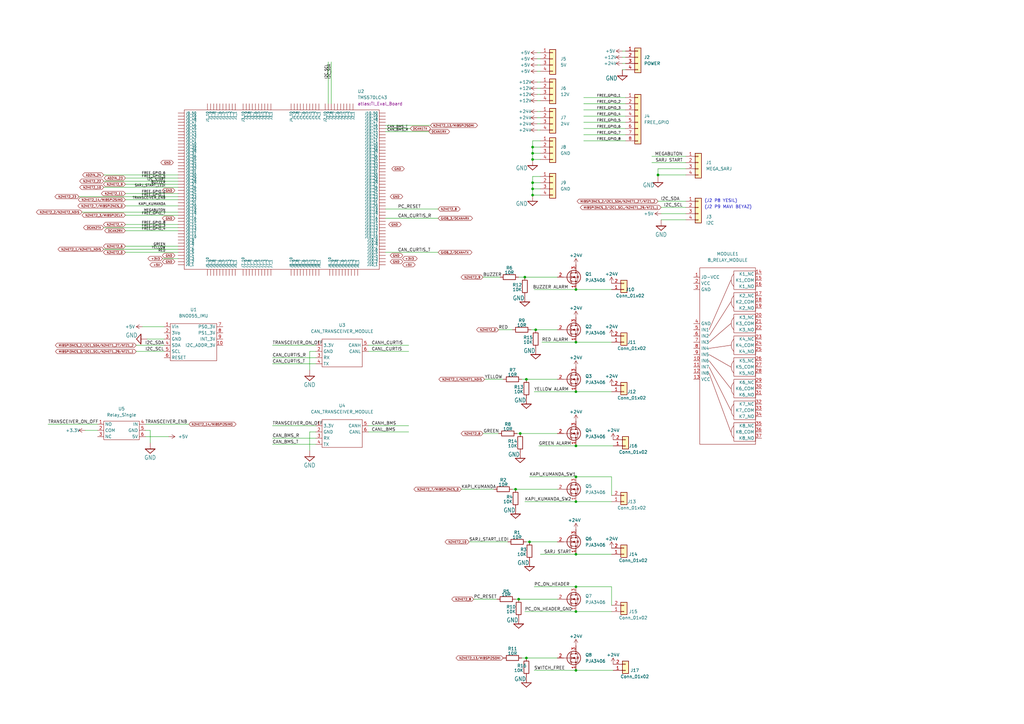
<source format=kicad_sch>
(kicad_sch (version 20211123) (generator eeschema)
  (paper "A3")
  (lib_symbols
    (symbol "Connector_Generic:Conn_01x02" (pin_names (offset 1.016) hide)
      (property "Reference" "J" (at 0 2.54 0))
      (property "Value" "Conn_01x02" (at 0 -5.08 0))
      (symbol "Conn_01x02_1_1"
        (pin passive line (at -5.08 0 0) (length 3.81) (name "Pin_1") (number "1"))
        (pin passive line (at -5.08 -2.54 0) (length 3.81) (name "Pin_2") (number "2"))
      )
    )
    (symbol "Connector_Generic:Conn_01x04" (pin_names (offset 1.016) hide)
      (property "Reference" "J" (at 0 5.08 0))
      (property "Value" "Conn_01x04" (at 0 -7.62 0))
      (symbol "Conn_01x04_1_1"
        (pin passive line (at -5.08 2.54 0) (length 3.81) (name "Pin_1") (number "1"))
        (pin passive line (at -5.08 0 0) (length 3.81) (name "Pin_2") (number "2"))
        (pin passive line (at -5.08 -2.54 0) (length 3.81) (name "Pin_3") (number "3"))
        (pin passive line (at -5.08 -5.08 0) (length 3.81) (name "Pin_4") (number "4"))
      )
    )
    (symbol "Connector_Generic:Conn_01x08" (pin_names (offset 1.016) hide)
      (property "Reference" "J" (at 0 10.16 0))
      (property "Value" "Conn_01x08" (at 0 -12.7 0))
      (symbol "Conn_01x08_1_1"
        (pin passive line (at -5.08 7.62 0) (length 3.81) (name "Pin_1") (number "1"))
        (pin passive line (at -5.08 5.08 0) (length 3.81) (name "Pin_2") (number "2"))
        (pin passive line (at -5.08 2.54 0) (length 3.81) (name "Pin_3") (number "3"))
        (pin passive line (at -5.08 0 0) (length 3.81) (name "Pin_4") (number "4"))
        (pin passive line (at -5.08 -2.54 0) (length 3.81) (name "Pin_5") (number "5"))
        (pin passive line (at -5.08 -5.08 0) (length 3.81) (name "Pin_6") (number "6"))
        (pin passive line (at -5.08 -7.62 0) (length 3.81) (name "Pin_7") (number "7"))
        (pin passive line (at -5.08 -10.16 0) (length 3.81) (name "Pin_8") (number "8"))
      )
    )
    (symbol "Device:R" (pin_numbers hide) (pin_names (offset 0))
      (property "Reference" "R" (at 2.032 0 90))
      (property "Value" "R" (at 0 0 90))
      (symbol "R_1_1"
        (pin passive line (at 0 3.81 270) (length 1.27) (name "~") (number "1"))
        (pin passive line (at 0 -3.81 90) (length 1.27) (name "~") (number "2"))
      )
    )
    (symbol "TMS570LC43_1" (pin_numbers hide)
      (property "Reference" "U?" (at -1.27 24.765 0))
      (property "Value" "TMS570LC43_1" (at -1.27 26.67 0))
      (property "Footprint" "atlas:TI_Eval_Board" (at -1.27 25.4 0))
      (symbol "TMS570LC43_1_1_1"
        (pin bidirectional line (at 44.45 -51.435 180) (length 2.54) (name "J10_1") (number "J10_1"))
        (pin bidirectional line (at 44.45 -40.005 180) (length 2.54) (name "J10_10") (number "J10_10"))
        (pin bidirectional line (at 44.45 -38.735 180) (length 2.54) (name "J10_11") (number "J10_11"))
        (pin bidirectional line (at 44.45 -37.465 180) (length 2.54) (name "J10_12") (number "J10_12"))
        (pin bidirectional line (at 44.45 -36.195 180) (length 2.54) (name "J10_13") (number "J10_13"))
        (pin bidirectional line (at 44.45 -34.925 180) (length 2.54) (name "J10_14") (number "J10_14"))
        (pin bidirectional line (at 44.45 -33.655 180) (length 2.54) (name "J10_15") (number "J10_15"))
        (pin bidirectional line (at 44.45 -32.385 180) (length 2.54) (name "J10_16") (number "J10_16"))
        (pin bidirectional line (at 44.45 -31.115 180) (length 2.54) (name "J10_17") (number "J10_17"))
        (pin bidirectional line (at 44.45 -29.845 180) (length 2.54) (name "J10_18") (number "J10_18"))
        (pin bidirectional line (at 44.45 -28.575 180) (length 2.54) (name "J10_19") (number "J10_19"))
        (pin bidirectional line (at 44.45 -50.165 180) (length 2.54) (name "J10_2") (number "J10_2"))
        (pin bidirectional line (at 44.45 -27.305 180) (length 2.54) (name "J10_20") (number "J10_20"))
        (pin bidirectional line (at 44.45 -26.035 180) (length 2.54) (name "J10_21") (number "J10_21"))
        (pin bidirectional line (at 44.45 -24.765 180) (length 2.54) (name "J10_22") (number "J10_22"))
        (pin bidirectional line (at 44.45 -23.495 180) (length 2.54) (name "J10_23") (number "J10_23"))
        (pin bidirectional line (at 44.45 -22.225 180) (length 2.54) (name "J10_24") (number "J10_24"))
        (pin bidirectional line (at 44.45 -20.955 180) (length 2.54) (name "J10_25") (number "J10_25"))
        (pin bidirectional line (at 44.45 -19.685 180) (length 2.54) (name "J10_26") (number "J10_26"))
        (pin bidirectional line (at 44.45 -18.415 180) (length 2.54) (name "J10_27") (number "J10_27"))
        (pin bidirectional line (at 44.45 -17.145 180) (length 2.54) (name "J10_28") (number "J10_28"))
        (pin bidirectional line (at 44.45 -15.875 180) (length 2.54) (name "J10_29") (number "J10_29"))
        (pin bidirectional line (at 44.45 -48.895 180) (length 2.54) (name "J10_3") (number "J10_3"))
        (pin bidirectional line (at 44.45 -14.605 180) (length 2.54) (name "J10_30") (number "J10_30"))
        (pin bidirectional line (at 44.45 -13.335 180) (length 2.54) (name "J10_31") (number "J10_31"))
        (pin bidirectional line (at 44.45 -12.065 180) (length 2.54) (name "J10_32") (number "J10_32"))
        (pin bidirectional line (at 44.45 -10.795 180) (length 2.54) (name "J10_33") (number "J10_33"))
        (pin bidirectional line (at 44.45 -9.525 180) (length 2.54) (name "J10_34") (number "J10_34"))
        (pin bidirectional line (at 44.45 -8.255 180) (length 2.54) (name "J10_35") (number "J10_35"))
        (pin bidirectional line (at 44.45 -6.985 180) (length 2.54) (name "J10_36") (number "J10_36"))
        (pin bidirectional line (at 44.45 -5.715 180) (length 2.54) (name "J10_37") (number "J10_37"))
        (pin bidirectional line (at 44.45 -4.445 180) (length 2.54) (name "J10_38") (number "J10_38"))
        (pin bidirectional line (at 44.45 -3.175 180) (length 2.54) (name "J10_39") (number "J10_39"))
        (pin bidirectional line (at 44.45 -47.625 180) (length 2.54) (name "J10_4") (number "J10_4"))
        (pin bidirectional line (at 44.45 -1.905 180) (length 2.54) (name "J10_40") (number "J10_40"))
        (pin bidirectional line (at 44.45 -0.635 180) (length 2.54) (name "J10_41") (number "J10_41"))
        (pin bidirectional line (at 44.45 0.635 180) (length 2.54) (name "J10_42") (number "J10_42"))
        (pin bidirectional line (at 44.45 1.905 180) (length 2.54) (name "J10_43") (number "J10_43"))
        (pin bidirectional line (at 44.45 3.175 180) (length 2.54) (name "J10_44") (number "J10_44"))
        (pin bidirectional line (at 44.45 4.445 180) (length 2.54) (name "J10_45") (number "J10_45"))
        (pin bidirectional line (at 44.45 5.715 180) (length 2.54) (name "J10_46") (number "J10_46"))
        (pin bidirectional line (at 44.45 6.985 180) (length 2.54) (name "J10_47") (number "J10_47"))
        (pin bidirectional line (at 44.45 8.255 180) (length 2.54) (name "J10_48") (number "J10_48"))
        (pin bidirectional line (at 44.45 9.525 180) (length 2.54) (name "J10_49") (number "J10_49"))
        (pin bidirectional line (at 44.45 -46.355 180) (length 2.54) (name "J10_5") (number "J10_5"))
        (pin bidirectional line (at 44.45 10.795 180) (length 2.54) (name "J10_50") (number "J10_50"))
        (pin bidirectional line (at 44.45 -45.085 180) (length 2.54) (name "J10_6") (number "J10_6"))
        (pin bidirectional line (at 44.45 -43.815 180) (length 2.54) (name "J10_7") (number "J10_7"))
        (pin bidirectional line (at 44.45 -42.545 180) (length 2.54) (name "J10_8") (number "J10_8"))
        (pin bidirectional line (at 44.45 -41.275 180) (length 2.54) (name "J10_9") (number "J10_9"))
        (pin bidirectional line (at -17.145 14.605 270) (length 2.54) (name "J1_1") (number "J1_1"))
        (pin bidirectional line (at -28.575 14.605 270) (length 2.54) (name "J1_10") (number "J1_10"))
        (pin bidirectional line (at -18.415 14.605 270) (length 2.54) (name "J1_2") (number "J1_2"))
        (pin bidirectional line (at -19.685 14.605 270) (length 2.54) (name "J1_3") (number "J1_3"))
        (pin bidirectional line (at -20.955 14.605 270) (length 2.54) (name "J1_4") (number "J1_4"))
        (pin bidirectional line (at -22.225 14.605 270) (length 2.54) (name "J1_5") (number "J1_5"))
        (pin bidirectional line (at -23.495 14.605 270) (length 2.54) (name "J1_6") (number "J1_6"))
        (pin bidirectional line (at -24.765 14.605 270) (length 2.54) (name "J1_7") (number "J1_7"))
        (pin bidirectional line (at -26.035 14.605 270) (length 2.54) (name "J1_8") (number "J1_8"))
        (pin bidirectional line (at -27.305 14.605 270) (length 2.54) (name "J1_9") (number "J1_9"))
        (pin bidirectional line (at 31.115 14.605 270) (length 2.54) (name "J2_1") (number "J2_1"))
        (pin bidirectional line (at 19.685 14.605 270) (length 2.54) (name "J2_10") (number "J2_10"))
        (pin bidirectional line (at 29.845 14.605 270) (length 2.54) (name "J2_2") (number "J2_2"))
        (pin bidirectional line (at 28.575 14.605 270) (length 2.54) (name "J2_3") (number "J2_3"))
        (pin bidirectional line (at 27.305 14.605 270) (length 2.54) (name "J2_4") (number "J2_4"))
        (pin bidirectional line (at 26.035 14.605 270) (length 2.54) (name "J2_5") (number "J2_5"))
        (pin bidirectional line (at 24.765 14.605 270) (length 2.54) (name "J2_6") (number "J2_6"))
        (pin bidirectional line (at 23.495 14.605 270) (length 2.54) (name "J2_7") (number "J2_7"))
        (pin bidirectional line (at 22.225 14.605 270) (length 2.54) (name "J2_8") (number "J2_8"))
        (pin bidirectional line (at 20.955 14.605 270) (length 2.54) (name "J2_9") (number "J2_9"))
        (pin bidirectional line (at -2.54 14.605 270) (length 2.54) (name "J3_1") (number "J3_1"))
        (pin bidirectional line (at -13.97 14.605 270) (length 2.54) (name "J3_10") (number "J3_10"))
        (pin bidirectional line (at -3.81 14.605 270) (length 2.54) (name "J3_2") (number "J3_2"))
        (pin bidirectional line (at -5.08 14.605 270) (length 2.54) (name "J3_3") (number "J3_3"))
        (pin bidirectional line (at -6.35 14.605 270) (length 2.54) (name "J3_4") (number "J3_4"))
        (pin bidirectional line (at -7.62 14.605 270) (length 2.54) (name "J3_5") (number "J3_5"))
        (pin bidirectional line (at -8.89 14.605 270) (length 2.54) (name "J3_6") (number "J3_6"))
        (pin bidirectional line (at -10.16 14.605 270) (length 2.54) (name "J3_7") (number "J3_7"))
        (pin bidirectional line (at -11.43 14.605 270) (length 2.54) (name "J3_8") (number "J3_8"))
        (pin bidirectional line (at -12.7 14.605 270) (length 2.54) (name "J3_9") (number "J3_9"))
        (pin bidirectional line (at 17.145 14.605 270) (length 2.54) (name "J4_1") (number "J4_1"))
        (pin bidirectional line (at 5.715 14.605 270) (length 2.54) (name "J4_10") (number "J4_10"))
        (pin bidirectional line (at 15.875 14.605 270) (length 2.54) (name "J4_2") (number "J4_2"))
        (pin bidirectional line (at 14.605 14.605 270) (length 2.54) (name "J4_3") (number "J4_3"))
        (pin bidirectional line (at 13.335 14.605 270) (length 2.54) (name "J4_4") (number "J4_4"))
        (pin bidirectional line (at 12.065 14.605 270) (length 2.54) (name "J4_5") (number "J4_5"))
        (pin bidirectional line (at 10.795 14.605 270) (length 2.54) (name "J4_6") (number "J4_6"))
        (pin bidirectional line (at 9.525 14.605 270) (length 2.54) (name "J4_7") (number "J4_7"))
        (pin bidirectional line (at 8.255 14.605 270) (length 2.54) (name "J4_8") (number "J4_8"))
        (pin bidirectional line (at 6.985 14.605 270) (length 2.54) (name "J4_9") (number "J4_9"))
        (pin bidirectional line (at -17.145 -55.88 90) (length 2.54) (name "J5_1") (number "J5_1"))
        (pin bidirectional line (at -28.575 -55.88 90) (length 2.54) (name "J5_10") (number "J5_10"))
        (pin bidirectional line (at -18.415 -55.88 90) (length 2.54) (name "J5_2") (number "J5_2"))
        (pin bidirectional line (at -19.685 -55.88 90) (length 2.54) (name "J5_3") (number "J5_3"))
        (pin bidirectional line (at -20.955 -55.88 90) (length 2.54) (name "J5_4") (number "J5_4"))
        (pin bidirectional line (at -22.225 -55.88 90) (length 2.54) (name "J5_5") (number "J5_5"))
        (pin bidirectional line (at -23.495 -55.88 90) (length 2.54) (name "J5_6") (number "J5_6"))
        (pin bidirectional line (at -24.765 -55.88 90) (length 2.54) (name "J5_7") (number "J5_7"))
        (pin bidirectional line (at -26.035 -55.88 90) (length 2.54) (name "J5_8") (number "J5_8"))
        (pin bidirectional line (at -27.305 -55.88 90) (length 2.54) (name "J5_9") (number "J5_9"))
        (pin bidirectional line (at 33.02 -55.88 90) (length 2.54) (name "J6_1") (number "J6_1"))
        (pin bidirectional line (at 21.59 -55.88 90) (length 2.54) (name "J6_10") (number "J6_10"))
        (pin bidirectional line (at 31.75 -55.88 90) (length 2.54) (name "J6_2") (number "J6_2"))
        (pin bidirectional line (at 30.48 -55.88 90) (length 2.54) (name "J6_3") (number "J6_3"))
        (pin bidirectional line (at 29.21 -55.88 90) (length 2.54) (name "J6_4") (number "J6_4"))
        (pin bidirectional line (at 27.94 -55.88 90) (length 2.54) (name "J6_5") (number "J6_5"))
        (pin bidirectional line (at 26.67 -55.88 90) (length 2.54) (name "J6_6") (number "J6_6"))
        (pin bidirectional line (at 25.4 -55.88 90) (length 2.54) (name "J6_7") (number "J6_7"))
        (pin bidirectional line (at 24.13 -55.88 90) (length 2.54) (name "J6_8") (number "J6_8"))
        (pin bidirectional line (at 22.86 -55.88 90) (length 2.54) (name "J6_9") (number "J6_9"))
        (pin bidirectional line (at -2.54 -55.88 90) (length 2.54) (name "J7_1") (number "J7_1"))
        (pin bidirectional line (at -13.97 -55.88 90) (length 2.54) (name "J7_10") (number "J7_10"))
        (pin bidirectional line (at -3.81 -55.88 90) (length 2.54) (name "J7_2") (number "J7_2"))
        (pin bidirectional line (at -5.08 -55.88 90) (length 2.54) (name "J7_3") (number "J7_3"))
        (pin bidirectional line (at -6.35 -55.88 90) (length 2.54) (name "J7_4") (number "J7_4"))
        (pin bidirectional line (at -7.62 -55.88 90) (length 2.54) (name "J7_5") (number "J7_5"))
        (pin bidirectional line (at -8.89 -55.88 90) (length 2.54) (name "J7_6") (number "J7_6"))
        (pin bidirectional line (at -10.16 -55.88 90) (length 2.54) (name "J7_7") (number "J7_7"))
        (pin bidirectional line (at -11.43 -55.88 90) (length 2.54) (name "J7_8") (number "J7_8"))
        (pin bidirectional line (at -12.7 -55.88 90) (length 2.54) (name "J7_9") (number "J7_9"))
        (pin bidirectional line (at 17.145 -55.88 90) (length 2.54) (name "J8_1") (number "J8_1"))
        (pin bidirectional line (at 5.715 -55.88 90) (length 2.54) (name "J8_10") (number "J8_10"))
        (pin bidirectional line (at 15.875 -55.88 90) (length 2.54) (name "J8_2") (number "J8_2"))
        (pin bidirectional line (at 14.605 -55.88 90) (length 2.54) (name "J8_3") (number "J8_3"))
        (pin bidirectional line (at 13.335 -55.88 90) (length 2.54) (name "J8_4") (number "J8_4"))
        (pin bidirectional line (at 12.065 -55.88 90) (length 2.54) (name "J8_5") (number "J8_5"))
        (pin bidirectional line (at 10.795 -55.88 90) (length 2.54) (name "J8_6") (number "J8_6"))
        (pin bidirectional line (at 9.525 -55.88 90) (length 2.54) (name "J8_7") (number "J8_7"))
        (pin bidirectional line (at 8.255 -55.88 90) (length 2.54) (name "J8_8") (number "J8_8"))
        (pin bidirectional line (at 6.985 -55.88 90) (length 2.54) (name "J8_9") (number "J8_9"))
        (pin bidirectional line (at -40.64 -51.435 0) (length 2.54) (name "J9_1") (number "J9_1"))
        (pin bidirectional line (at -40.64 -40.005 0) (length 2.54) (name "J9_10") (number "J9_10"))
        (pin bidirectional line (at -40.64 -38.735 0) (length 2.54) (name "J9_11") (number "J9_11"))
        (pin bidirectional line (at -40.64 -37.465 0) (length 2.54) (name "J9_12") (number "J9_12"))
        (pin bidirectional line (at -40.64 -36.195 0) (length 2.54) (name "J9_13") (number "J9_13"))
        (pin bidirectional line (at -40.64 -34.925 0) (length 2.54) (name "J9_14") (number "J9_14"))
        (pin bidirectional line (at -40.64 -33.655 0) (length 2.54) (name "J9_15") (number "J9_15"))
        (pin bidirectional line (at -40.64 -32.385 0) (length 2.54) (name "J9_16") (number "J9_16"))
        (pin bidirectional line (at -40.64 -31.115 0) (length 2.54) (name "J9_17") (number "J9_17"))
        (pin bidirectional line (at -40.64 -29.845 0) (length 2.54) (name "J9_18") (number "J9_18"))
        (pin bidirectional line (at -40.64 -28.575 0) (length 2.54) (name "J9_19") (number "J9_19"))
        (pin bidirectional line (at -40.64 -50.165 0) (length 2.54) (name "J9_2") (number "J9_2"))
        (pin bidirectional line (at -40.64 -27.305 0) (length 2.54) (name "J9_20") (number "J9_20"))
        (pin bidirectional line (at -40.64 -26.035 0) (length 2.54) (name "J9_21") (number "J9_21"))
        (pin bidirectional line (at -40.64 -24.765 0) (length 2.54) (name "J9_22") (number "J9_22"))
        (pin bidirectional line (at -40.64 -23.495 0) (length 2.54) (name "J9_23") (number "J9_23"))
        (pin bidirectional line (at -40.64 -22.225 0) (length 2.54) (name "J9_24") (number "J9_24"))
        (pin bidirectional line (at -40.64 -20.955 0) (length 2.54) (name "J9_25") (number "J9_25"))
        (pin bidirectional line (at -40.64 -19.685 0) (length 2.54) (name "J9_26") (number "J9_26"))
        (pin bidirectional line (at -40.64 -18.415 0) (length 2.54) (name "J9_27") (number "J9_27"))
        (pin bidirectional line (at -40.64 -17.145 0) (length 2.54) (name "J9_28") (number "J9_28"))
        (pin bidirectional line (at -40.64 -15.875 0) (length 2.54) (name "J9_29") (number "J9_29"))
        (pin bidirectional line (at -40.64 -48.895 0) (length 2.54) (name "J9_3") (number "J9_3"))
        (pin bidirectional line (at -40.64 -14.605 0) (length 2.54) (name "J9_30") (number "J9_30"))
        (pin bidirectional line (at -40.64 -13.335 0) (length 2.54) (name "J9_31") (number "J9_31"))
        (pin bidirectional line (at -40.64 -12.065 0) (length 2.54) (name "J9_32") (number "J9_32"))
        (pin bidirectional line (at -40.64 -10.795 0) (length 2.54) (name "J9_33") (number "J9_33"))
        (pin bidirectional line (at -40.64 -9.525 0) (length 2.54) (name "J9_34") (number "J9_34"))
        (pin bidirectional line (at -40.64 -8.255 0) (length 2.54) (name "J9_35") (number "J9_35"))
        (pin bidirectional line (at -40.64 -6.985 0) (length 2.54) (name "J9_36") (number "J9_36"))
        (pin bidirectional line (at -40.64 -5.715 0) (length 2.54) (name "J9_37") (number "J9_37"))
        (pin bidirectional line (at -40.64 -4.445 0) (length 2.54) (name "J9_38") (number "J9_38"))
        (pin bidirectional line (at -40.64 -3.175 0) (length 2.54) (name "J9_39") (number "J9_39"))
        (pin bidirectional line (at -40.64 -47.625 0) (length 2.54) (name "J9_4") (number "J9_4"))
        (pin bidirectional line (at -40.64 -1.905 0) (length 2.54) (name "J9_40") (number "J9_40"))
        (pin bidirectional line (at -40.64 -0.635 0) (length 2.54) (name "J9_41") (number "J9_41"))
        (pin bidirectional line (at -40.64 0.635 0) (length 2.54) (name "J9_42") (number "J9_42"))
        (pin bidirectional line (at -40.64 1.905 0) (length 2.54) (name "J9_43") (number "J9_43"))
        (pin bidirectional line (at -40.64 3.175 0) (length 2.54) (name "J9_44") (number "J9_44"))
        (pin bidirectional line (at -40.64 4.445 0) (length 2.54) (name "J9_45") (number "J9_45"))
        (pin bidirectional line (at -40.64 5.715 0) (length 2.54) (name "J9_46") (number "J9_46"))
        (pin bidirectional line (at -40.64 6.985 0) (length 2.54) (name "J9_47") (number "J9_47"))
        (pin bidirectional line (at -40.64 8.255 0) (length 2.54) (name "J9_48") (number "J9_48"))
        (pin bidirectional line (at -40.64 9.525 0) (length 2.54) (name "J9_49") (number "J9_49"))
        (pin bidirectional line (at -40.64 -46.355 0) (length 2.54) (name "J9_5") (number "J9_5"))
        (pin bidirectional line (at -40.64 10.795 0) (length 2.54) (name "J9_50") (number "J9_50"))
        (pin bidirectional line (at -40.64 -45.085 0) (length 2.54) (name "J9_6") (number "J9_6"))
        (pin bidirectional line (at -40.64 -43.815 0) (length 2.54) (name "J9_7") (number "J9_7"))
        (pin bidirectional line (at -40.64 -42.545 0) (length 2.54) (name "J9_8") (number "J9_8"))
        (pin bidirectional line (at -40.64 -41.275 0) (length 2.54) (name "J9_9") (number "J9_9"))
      )
    )
    (symbol "Transistor_FET:2N7000" (pin_names hide)
      (property "Reference" "Q" (at 5.08 1.905 0))
      (property "Value" "2N7000" (at 5.08 0 0))
      (symbol "2N7000_1_1"
        (pin passive line (at 2.54 -5.08 90) (length 2.54) (name "S") (number "1"))
        (pin input line (at -5.08 0 0) (length 2.54) (name "G") (number "2"))
        (pin passive line (at 2.54 5.08 270) (length 2.54) (name "D") (number "3"))
      )
    )
    (symbol "atlas_robot:8_RELAY_MODULE"
      (property "Reference" "MODULE?" (at 0 38.1 0))
      (property "Value" "8_RELAY_MODULE" (at 0 35.56 0))
      (symbol "8_RELAY_MODULE_1_1"
        (pin power_in line (at -13.97 30.48 0) (length 2.54) (name "JD-VCC") (number "1"))
        (pin input line (at -13.97 -3.81 0) (length 2.54) (name "IN6") (number "10"))
        (pin input line (at -13.97 -6.35 0) (length 2.54) (name "IN7") (number "11"))
        (pin input line (at -13.97 -8.89 0) (length 2.54) (name "IN8") (number "12"))
        (pin power_in line (at -13.97 -11.43 0) (length 2.54) (name "VCC") (number "13"))
        (pin output line (at 13.97 31.75 180) (length 2.54) (name "K1_NC") (number "14"))
        (pin output line (at 13.97 29.21 180) (length 2.54) (name "K1_COM") (number "15"))
        (pin output line (at 13.97 26.67 180) (length 2.54) (name "K1_NO") (number "16"))
        (pin output line (at 13.97 22.86 180) (length 2.54) (name "K2_NC") (number "17"))
        (pin output line (at 13.97 20.32 180) (length 2.54) (name "K2_COM") (number "18"))
        (pin output line (at 13.97 17.78 180) (length 2.54) (name "K2_NO") (number "19"))
        (pin power_in line (at -13.97 27.94 0) (length 2.54) (name "VCC") (number "2"))
        (pin output line (at 13.97 13.97 180) (length 2.54) (name "K3_NC") (number "20"))
        (pin output line (at 13.97 11.43 180) (length 2.54) (name "K3_COM") (number "21"))
        (pin output line (at 13.97 8.89 180) (length 2.54) (name "K3_NO") (number "22"))
        (pin output line (at 13.97 5.08 180) (length 2.54) (name "K4_NC") (number "23"))
        (pin output line (at 13.97 2.54 180) (length 2.54) (name "K4_COM") (number "24"))
        (pin output line (at 13.97 0 180) (length 2.54) (name "K4_NO") (number "25"))
        (pin output line (at 13.97 -3.81 180) (length 2.54) (name "K5_NC") (number "26"))
        (pin output line (at 13.97 -6.35 180) (length 2.54) (name "K5_COM") (number "27"))
        (pin output line (at 13.97 -8.89 180) (length 2.54) (name "K5_NO") (number "28"))
        (pin output line (at 13.97 -12.7 180) (length 2.54) (name "K6_NC") (number "29"))
        (pin power_in line (at -13.97 25.4 0) (length 2.54) (name "GND") (number "3"))
        (pin output line (at 13.97 -15.24 180) (length 2.54) (name "K6_COM") (number "30"))
        (pin output line (at 13.97 -17.78 180) (length 2.54) (name "K6_NO") (number "31"))
        (pin output line (at 13.97 -21.59 180) (length 2.54) (name "K7_NC") (number "32"))
        (pin output line (at 13.97 -24.13 180) (length 2.54) (name "K7_COM") (number "33"))
        (pin output line (at 13.97 -26.67 180) (length 2.54) (name "K7_NO") (number "34"))
        (pin output line (at 13.97 -30.48 180) (length 2.54) (name "K8_NC") (number "35"))
        (pin output line (at 13.97 -33.02 180) (length 2.54) (name "K8_COM") (number "36"))
        (pin output line (at 13.97 -35.56 180) (length 2.54) (name "K8_NO") (number "37"))
        (pin power_in line (at -13.97 11.43 0) (length 2.54) (name "GND") (number "4"))
        (pin input line (at -13.97 8.89 0) (length 2.54) (name "IN1") (number "5"))
        (pin input line (at -13.97 6.35 0) (length 2.54) (name "IN2") (number "6"))
        (pin input line (at -13.97 3.81 0) (length 2.54) (name "IN3") (number "7"))
        (pin input line (at -13.97 1.27 0) (length 2.54) (name "IN4") (number "8"))
        (pin input line (at -13.97 -1.27 0) (length 2.54) (name "IN5") (number "9"))
      )
    )
    (symbol "atlas_robot:BNO055_IMU"
      (property "Reference" "U?" (at 3.81 1.27 0))
      (property "Value" "BNO055_IMU" (at 3.81 3.81 0))
      (symbol "BNO055_IMU_1_1"
        (pin power_in line (at -8.89 -1.27 0) (length 2.54) (name "Vin") (number "1"))
        (pin input line (at 15.24 -8.89 180) (length 2.54) (name "I2C_ADDR_3V") (number "10"))
        (pin power_out line (at -8.89 -3.81 0) (length 2.54) (name "3Vo") (number "2"))
        (pin power_in line (at -8.89 -6.35 0) (length 2.54) (name "GND") (number "3"))
        (pin bidirectional line (at -8.89 -8.89 0) (length 2.54) (name "SDA") (number "4"))
        (pin bidirectional line (at -8.89 -11.43 0) (length 2.54) (name "SCL") (number "5"))
        (pin bidirectional line (at -8.89 -13.97 0) (length 2.54) (name "RESET") (number "6"))
        (pin input line (at 15.24 -1.27 180) (length 2.54) (name "PS0_3V") (number "7"))
        (pin input line (at 15.24 -3.81 180) (length 2.54) (name "PS1_3V") (number "8"))
        (pin output line (at 15.24 -6.35 180) (length 2.54) (name "INT_3V") (number "9"))
      )
    )
    (symbol "atlas_robot:CAN_TRANSCEIVER_MODULE"
      (property "Reference" "U?" (at 0 3.81 0))
      (property "Value" "CAN_TRANSCEIVER_MODULE" (at 0 1.27 0))
      (symbol "CAN_TRANSCEIVER_MODULE_1_1"
        (pin power_in line (at -10.16 -2.54 0) (length 2.54) (name "3.3V") (number "1"))
        (pin power_in line (at -10.16 -5.08 0) (length 2.54) (name "GND") (number "2"))
        (pin input line (at -10.16 -7.62 0) (length 2.54) (name "RX") (number "3"))
        (pin output line (at -10.16 -10.16 0) (length 2.54) (name "TX") (number "4"))
        (pin bidirectional line (at 11.43 -2.54 180) (length 2.54) (name "CANH") (number "5"))
        (pin bidirectional line (at 11.43 -5.08 180) (length 2.54) (name "CANL") (number "6"))
      )
    )
    (symbol "atlas_robot:Relay_Single"
      (property "Reference" "U?" (at -3.175 12.065 0))
      (property "Value" "Relay_Single" (at -2.54 10.16 0))
      (symbol "Relay_Single_1_1"
        (pin bidirectional line (at -12.065 5.715 0) (length 2.54) (name "NO") (number "1"))
        (pin bidirectional line (at -12.065 3.175 0) (length 2.54) (name "COM") (number "2"))
        (pin bidirectional line (at -12.065 0.635 0) (length 2.54) (name "NC") (number "3"))
        (pin bidirectional line (at 7.62 5.715 180) (length 2.54) (name "IN") (number "4"))
        (pin bidirectional line (at 7.62 3.175 180) (length 2.54) (name "GND") (number "5"))
        (pin bidirectional line (at 7.62 0.635 180) (length 2.54) (name "5V") (number "6"))
      )
    )
    (symbol "power:+12V" (power) (pin_names (offset 0))
      (property "Value" "+12V" (at 0 3.556 0))
      (symbol "+12V_1_1"
        (pin power_in line (at 0 0 90) (length 0) hide (name "+12V") (number "1"))
      )
    )
    (symbol "power:+24V" (power) (pin_names (offset 0))
      (property "Value" "+24V" (at 0 3.556 0))
      (symbol "+24V_1_1"
        (pin power_in line (at 0 0 90) (length 0) hide (name "+24V") (number "1"))
      )
    )
    (symbol "power:+3.3V" (power) (pin_names (offset 0))
      (property "Value" "+3.3V" (at 0 3.556 0))
      (symbol "+3.3V_1_1"
        (pin power_in line (at 0 0 90) (length 0) hide (name "+3.3V") (number "1"))
      )
    )
    (symbol "power:+5V" (power) (pin_names (offset 0))
      (property "Value" "+5V" (at 0 3.556 0))
      (symbol "+5V_1_1"
        (pin power_in line (at 0 0 90) (length 0) hide (name "+5V") (number "1"))
      )
    )
    (symbol "robot-eagle-import:GND" (power)
      (property "Value" "GND" (at 0 -2.54 0))
      (symbol "GND_1_0"
        (pin power_in line (at 0 2.54 270) (length 2.54) (name "GND") (number "1"))
      )
    )
  )
  (junction (at 212.725 245.745))
  (junction (at 236.22 240.665))
  (junction (at 218.44 77.47))
  (junction (at 236.22 182.88))
  (junction (at 236.22 118.745))
  (junction (at 215.9 155.575))
  (junction (at 219.71 135.255))
  (junction (at 236.22 250.825))
  (junction (at 236.22 195.58))
  (junction (at 213.36 177.8))
  (junction (at 217.17 222.25))
  (junction (at 236.22 205.74))
  (junction (at 218.44 60.325))
  (junction (at 236.22 160.655))
  (junction (at 236.22 274.955))
  (junction (at 269.875 71.755))
  (junction (at 236.22 227.33))
  (junction (at 236.22 140.335))
  (junction (at 215.265 113.665))
  (junction (at 218.44 80.01))
  (junction (at 218.44 74.93))
  (junction (at 211.455 200.66))
  (junction (at 218.44 65.405))
  (junction (at 215.9 269.875))
  (junction (at 218.44 62.865))
  (bus_entry (at 301.8536 830.3768) (size 2.54 2.54))
  (bus_entry (at 381.9652 815.4924) (size 2.54 2.54))
  (wire (pts (xy 220.345 24.13) (xy 221.615 24.13)))
  (wire (pts (xy 73.025 94.615) (xy 51.435 94.615)))
  (wire (pts (xy 219.075 160.655) (xy 236.22 160.655)))
  (wire (pts (xy 218.44 60.325) (xy 218.44 62.865)))
  (wire (pts (xy 73.025 79.375) (xy 51.435 79.375)))
  (wire (pts (xy 73.025 76.835) (xy 42.545 76.835)))
  (wire (pts (xy 239.395 50.165) (xy 256.54 50.165)))
  (wire (pts (xy 73.025 103.505) (xy 51.435 103.505)))
  (wire (pts (xy 58.42 133.985) (xy 67.31 133.985)))
  (wire (pts (xy 218.44 74.93) (xy 218.44 77.47)))
  (wire (pts (xy 73.025 92.075) (xy 51.435 92.075)))
  (wire (pts (xy 111.76 141.605) (xy 129.54 141.605)))
  (wire (pts (xy 236.22 182.88) (xy 251.46 182.88)))
  (wire (pts (xy 215.265 250.825) (xy 236.22 250.825)))
  (wire (pts (xy 59.69 176.53) (xy 61.595 176.53)))
  (wire (pts (xy 213.995 155.575) (xy 215.9 155.575)))
  (wire (pts (xy 218.44 72.39) (xy 218.44 74.93)))
  (wire (pts (xy 42.545 71.755) (xy 73.025 71.755)))
  (wire (pts (xy 61.595 176.53) (xy 61.595 181.61)))
  (wire (pts (xy 158.115 103.505) (xy 179.705 103.505)))
  (wire (pts (xy 220.345 50.8) (xy 221.615 50.8)))
  (wire (pts (xy 239.395 47.625) (xy 256.54 47.625)))
  (wire (pts (xy 215.9 155.575) (xy 228.6 155.575)))
  (wire (pts (xy 151.13 177.165) (xy 167.64 177.165)))
  (wire (pts (xy 239.395 55.245) (xy 256.54 55.245)))
  (wire (pts (xy 281.305 85.09) (xy 271.145 85.09)))
  (wire (pts (xy 158.115 53.975) (xy 175.895 53.975)))
  (wire (pts (xy 192.405 222.25) (xy 208.28 222.25)))
  (wire (pts (xy 220.345 36.195) (xy 221.615 36.195)))
  (wire (pts (xy 211.455 245.745) (xy 212.725 245.745)))
  (wire (pts (xy 255.27 23.495) (xy 256.54 23.495)))
  (wire (pts (xy 218.44 60.325) (xy 221.615 60.325)))
  (wire (pts (xy 215.265 205.74) (xy 236.22 205.74)))
  (wire (pts (xy 220.345 26.67) (xy 221.615 26.67)))
  (wire (pts (xy 250.825 195.58) (xy 236.22 195.58)))
  (wire (pts (xy 111.76 146.685) (xy 129.54 146.685)))
  (wire (pts (xy 73.025 81.915) (xy 51.435 81.915)))
  (wire (pts (xy 236.22 250.825) (xy 250.825 250.825)))
  (wire (pts (xy 239.395 57.785) (xy 256.54 57.785)))
  (wire (pts (xy 34.925 176.53) (xy 40.005 176.53)))
  (wire (pts (xy 127 177.165) (xy 127 184.785)))
  (wire (pts (xy 73.025 86.995) (xy 33.655 86.995)))
  (wire (pts (xy 67.31 141.605) (xy 55.88 141.605)))
  (wire (pts (xy 267.335 64.135) (xy 281.305 64.135)))
  (wire (pts (xy 236.22 274.955) (xy 251.46 274.955)))
  (wire (pts (xy 111.76 182.245) (xy 129.54 182.245)))
  (wire (pts (xy 219.075 240.665) (xy 236.22 240.665)))
  (wire (pts (xy 111.76 179.705) (xy 129.54 179.705)))
  (wire (pts (xy 213.995 269.875) (xy 215.9 269.875)))
  (wire (pts (xy 239.395 40.005) (xy 256.54 40.005)))
  (wire (pts (xy 218.44 80.01) (xy 221.615 80.01)))
  (wire (pts (xy 218.44 57.785) (xy 218.44 60.325)))
  (wire (pts (xy 212.09 177.8) (xy 213.36 177.8)))
  (wire (pts (xy 220.345 38.735) (xy 221.615 38.735)))
  (wire (pts (xy 281.305 69.215) (xy 269.875 69.215)))
  (wire (pts (xy 220.345 29.21) (xy 221.615 29.21)))
  (wire (pts (xy 220.98 182.88) (xy 236.22 182.88)))
  (wire (pts (xy 73.025 102.235) (xy 42.545 102.235)))
  (wire (pts (xy 204.47 135.255) (xy 210.185 135.255)))
  (wire (pts (xy 255.27 26.035) (xy 256.54 26.035)))
  (wire (pts (xy 213.36 177.8) (xy 228.6 177.8)))
  (wire (pts (xy 211.455 200.66) (xy 228.6 200.66)))
  (wire (pts (xy 218.44 65.405) (xy 221.615 65.405)))
  (wire (pts (xy 219.71 135.255) (xy 228.6 135.255)))
  (wire (pts (xy 215.9 269.875) (xy 228.6 269.875)))
  (wire (pts (xy 59.69 179.07) (xy 69.215 179.07)))
  (wire (pts (xy 221.615 72.39) (xy 218.44 72.39)))
  (wire (pts (xy 221.615 57.785) (xy 218.44 57.785)))
  (wire (pts (xy 151.13 174.625) (xy 167.64 174.625)))
  (wire (pts (xy 271.145 87.63) (xy 281.305 87.63)))
  (wire (pts (xy 218.44 77.47) (xy 221.615 77.47)))
  (wire (pts (xy 134.62 25.4) (xy 134.62 42.545)))
  (wire (pts (xy 198.12 177.8) (xy 204.47 177.8)))
  (wire (pts (xy 220.345 41.275) (xy 221.615 41.275)))
  (wire (pts (xy 236.22 227.33) (xy 250.825 227.33)))
  (wire (pts (xy 269.875 69.215) (xy 269.875 71.755)))
  (wire (pts (xy 220.345 33.655) (xy 221.615 33.655)))
  (wire (pts (xy 129.54 144.145) (xy 127 144.145)))
  (wire (pts (xy 281.305 82.55) (xy 269.875 82.55)))
  (wire (pts (xy 236.22 205.74) (xy 250.825 205.74)))
  (wire (pts (xy 158.115 51.435) (xy 176.53 51.435)))
  (wire (pts (xy 236.22 140.335) (xy 222.25 140.335)))
  (wire (pts (xy 269.875 71.755) (xy 269.875 72.39)))
  (wire (pts (xy 51.435 73.025) (xy 73.025 73.025)))
  (wire (pts (xy 221.615 227.33) (xy 236.22 227.33)))
  (wire (pts (xy 236.22 195.58) (xy 217.17 195.58)))
  (wire (pts (xy 129.54 177.165) (xy 127 177.165)))
  (wire (pts (xy 220.345 53.34) (xy 221.615 53.34)))
  (wire (pts (xy 220.345 48.26) (xy 221.615 48.26)))
  (wire (pts (xy 217.805 135.255) (xy 219.71 135.255)))
  (wire (pts (xy 219.075 118.745) (xy 236.22 118.745)))
  (wire (pts (xy 255.27 28.575) (xy 256.54 28.575)))
  (wire (pts (xy 77.47 173.99) (xy 59.69 173.99)))
  (wire (pts (xy 73.025 93.345) (xy 42.545 93.345)))
  (wire (pts (xy 111.76 149.225) (xy 129.54 149.225)))
  (wire (pts (xy 67.31 144.145) (xy 55.88 144.145)))
  (wire (pts (xy 250.825 203.2) (xy 250.825 195.58)))
  (wire (pts (xy 271.145 90.17) (xy 281.305 90.17)))
  (wire (pts (xy 220.345 21.59) (xy 221.615 21.59)))
  (wire (pts (xy 220.345 45.72) (xy 221.615 45.72)))
  (wire (pts (xy 215.265 113.665) (xy 228.6 113.665)))
  (wire (pts (xy 158.115 89.535) (xy 179.705 89.535)))
  (wire (pts (xy 158.115 52.705) (xy 168.275 52.705)))
  (wire (pts (xy 239.395 52.705) (xy 256.54 52.705)))
  (wire (pts (xy 40.005 173.99) (xy 19.685 173.99)))
  (wire (pts (xy 73.025 88.265) (xy 51.435 88.265)))
  (wire (pts (xy 60.325 139.065) (xy 67.31 139.065)))
  (wire (pts (xy 215.9 222.25) (xy 217.17 222.25)))
  (wire (pts (xy 218.44 77.47) (xy 218.44 80.01)))
  (wire (pts (xy 236.22 140.335) (xy 250.825 140.335)))
  (wire (pts (xy 151.13 141.605) (xy 167.64 141.605)))
  (wire (pts (xy 135.89 25.4) (xy 135.89 42.545)))
  (wire (pts (xy 212.725 245.745) (xy 228.6 245.745)))
  (wire (pts (xy 281.305 71.755) (xy 269.875 71.755)))
  (wire (pts (xy 198.755 155.575) (xy 206.375 155.575)))
  (wire (pts (xy 236.22 118.745) (xy 250.825 118.745)))
  (wire (pts (xy 198.12 113.665) (xy 205.105 113.665)))
  (wire (pts (xy 255.27 20.955) (xy 256.54 20.955)))
  (wire (pts (xy 210.185 200.66) (xy 211.455 200.66)))
  (wire (pts (xy 151.13 144.145) (xy 167.64 144.145)))
  (wire (pts (xy 218.44 62.865) (xy 218.44 65.405)))
  (wire (pts (xy 219.075 274.955) (xy 236.22 274.955)))
  (wire (pts (xy 194.31 245.745) (xy 203.835 245.745)))
  (wire (pts (xy 73.025 80.645) (xy 32.385 80.645)))
  (wire (pts (xy 189.23 200.66) (xy 202.565 200.66)))
  (wire (pts (xy 73.025 84.455) (xy 51.435 84.455)))
  (wire (pts (xy 250.825 240.665) (xy 236.22 240.665)))
  (wire (pts (xy 127 144.145) (xy 127 151.765)))
  (wire (pts (xy 239.395 42.545) (xy 256.54 42.545)))
  (wire (pts (xy 73.025 74.295) (xy 42.545 74.295)))
  (wire (pts (xy 73.025 100.965) (xy 51.435 100.965)))
  (wire (pts (xy 218.44 62.865) (xy 221.615 62.865)))
  (wire (pts (xy 66.675 106.045) (xy 73.025 106.045)))
  (wire (pts (xy 73.025 75.565) (xy 51.435 75.565)))
  (wire (pts (xy 212.725 113.665) (xy 215.265 113.665)))
  (wire (pts (xy 267.335 66.675) (xy 281.305 66.675)))
  (wire (pts (xy 158.115 85.725) (xy 179.705 85.725)))
  (wire (pts (xy 250.825 248.285) (xy 250.825 240.665)))
  (wire (pts (xy 236.22 160.655) (xy 250.825 160.655)))
  (wire (pts (xy 239.395 45.085) (xy 256.54 45.085)))
  (wire (pts (xy 111.76 174.625) (xy 129.54 174.625)))
  (wire (pts (xy 217.17 222.25) (xy 228.6 222.25)))
  (wire (pts (xy 218.44 74.93) (xy 221.615 74.93)))
  (text "(J2 P8 YESIL)\n" (at 288.925 83.185 0) (effects (font (size 1.27 1.27)) (justify left bottom)))
  (text "(J2 P9 MAVI BEYAZ)\n" (at 288.925 85.725 0) (effects (font (size 1.27 1.27)) (justify left bottom)))
  (text "IOS CONNECTION\n" (at 273.05 -0.635 180) (effects (font (size 10 10) (thickness 1) bold) (justify right bottom)))
  (label "CAN_BMS_T" (at 111.76 182.245 0))
  (label "CANH_CURTIS" (at 152.4 141.605 0))
  (label "GREEN" (at 198.2935 177.8 0))
  (label "TRANSCEIVER_ENB" (at 76.835 173.99 180))
  (label "SARJ_START_LEDI" (at 67.945 76.835 180) (effects (font (size 1 1))))
  (label "CAN_BMS_R" (at 111.76 179.705 0))
  (label "CAN_CURTIS_R" (at 163.195 89.535 0))
  (label "SARJ START" (at 280.035 66.675 180))
  (label "FREE_GPIO_7" (at 254.635 55.245 180) (effects (font (size 1 1))))
  (label "CAN_BMS_T" (at 158.75 52.705 0) (effects (font (size 1 1))))
  (label "RED" (at 67.945 103.505 180) (effects (font (size 1 1))))
  (label "FREE_GPIO_4" (at 254.635 47.625 180) (effects (font (size 1 1))))
  (label "BUZZER" (at 67.945 75.565 180) (effects (font (size 1 1))))
  (label "FREE_GPIO_6" (at 254.635 52.705 180) (effects (font (size 1 1))))
  (label "FREE_GPIO_7" (at 67.945 88.265 180) (effects (font (size 1 1))))
  (label "FREE_GPIO_1" (at 254.635 40.005 180) (effects (font (size 1 1))))
  (label "KAPI_KUMANDA" (at 189.23 200.66 0))
  (label "PC_RESET" (at 194.31 245.745 0))
  (label "RED ALARM" (at 222.25 140.335 0))
  (label "BUZZER ALARM" (at 233.045 118.745 180))
  (label "FREE_GPIO_8" (at 254.635 57.785 180) (effects (font (size 1 1))))
  (label "TRANSCEIVER_ENB" (at 67.945 81.915 180) (effects (font (size 1 1))))
  (label "PC_ON_HEADER_GND" (at 215.265 250.825 0))
  (label "YELLOW" (at 198.755 155.575 0))
  (label "FREE_GPIO_2" (at 254.635 42.545 180) (effects (font (size 1 1))))
  (label "KAPI_KUMANDA_SW1" (at 217.17 195.58 0))
  (label "MEGABUTON" (at 268.605 64.135 0))
  (label "FREE_GPIO_3" (at 67.945 93.345 180) (effects (font (size 1 1))))
  (label "TRANSCEIVER_ON_OFF" (at 19.685 173.99 0))
  (label "I2C_SDA" (at 278.765 82.55 180))
  (label "GREEN ALARM" (at 220.98 182.88 0))
  (label "TRANSCEIVER_ON_OFF" (at 111.76 174.625 0))
  (label "I2C_START" (at 67.945 74.295 180) (effects (font (size 1 1))))
  (label "I2C_SCL" (at 67.31 144.145 180))
  (label "CAN_CURTIS_T" (at 111.76 149.225 0))
  (label "GREEN" (at 67.945 100.965 180) (effects (font (size 1 1))))
  (label "I2C_SCL" (at 134.62 32.385 90) (effects (font (size 1 1))))
  (label "FREE_GPIO_5" (at 254.635 50.165 180) (effects (font (size 1 1))))
  (label "FREE_GPIO_5" (at 67.945 73.025 180) (effects (font (size 1 1))))
  (label "FREE_GPIO_3" (at 254.635 45.085 180) (effects (font (size 1 1))))
  (label "CANL_BMS" (at 152.4 177.165 0))
  (label "BUZZER" (at 198.12 113.665 0))
  (label "I2C_SCL" (at 280.035 85.09 180))
  (label "PC_RESET" (at 163.195 85.725 0))
  (label "FREE_GPIO_2" (at 67.945 79.375 180) (effects (font (size 1 1))))
  (label "YELLOW ALARM" (at 219.075 160.655 0))
  (label "I2C_SDA" (at 67.31 141.605 180))
  (label "FREE_GPIO_8" (at 67.945 92.075 180) (effects (font (size 1 1))))
  (label "I2C_SDA" (at 135.89 32.385 90) (effects (font (size 1 1))))
  (label "MEGABUTON" (at 67.945 86.995 180) (effects (font (size 1 1))))
  (label "TRANSCEIVER_ON_OFF" (at 111.76 141.605 0))
  (label "CAN_CURTIS_R" (at 111.76 146.685 0))
  (label "CANH_BMS" (at 152.4 174.625 0))
  (label "KAPI_KUMANDA_SW2" (at 215.265 205.74 0))
  (label "CAN_CURTIS_T" (at 163.195 103.505 0))
  (label "SWITCH_FREE" (at 219.075 274.955 0))
  (label "SARJ START" (at 234.315 227.33 180))
  (label "CAN_BMS_R" (at 158.75 53.975 0) (effects (font (size 1 1))))
  (label "FREE_GPIO_4" (at 67.945 94.615 180) (effects (font (size 1 1))))
  (label "KAPI_KUMANDA" (at 67.945 84.455 180) (effects (font (size 1 1))))
  (label "CANL_CURTIS" (at 152.4 144.145 0))
  (label "SARJ_START_LEDI" (at 192.405 222.25 0))
  (label "RED" (at 204.47 135.255 0))
  (label "FREE_GPIO_6" (at 67.945 71.755 180) (effects (font (size 1 1))))
  (label "FREE_GPIO_1" (at 67.945 80.645 180) (effects (font (size 1 1))))
  (label "PC_ON_HEADER" (at 219.075 240.665 0))
  (label "YELLOW" (at 67.945 102.235 180) (effects (font (size 1 1))))
  (global_label "N2HET2_14{slash}MIBSPI2SIMO" (shape bidirectional) (at 77.47 173.99 0) (effects (font (size 0.889 0.889))) (property "Intersheet References" "${INTERSHEET_REFS}" (effects hide)))
  (global_label "N2HET2_22" (shape bidirectional) (at 42.545 74.295 180) (effects (font (size 0.889 0.889))) (property "Intersheet References" "${INTERSHEET_REFS}" (effects hide)))
  (global_label "N2HET2_8" (shape bidirectional) (at 179.705 85.725 0) (effects (font (size 0.889 0.889))) (property "Intersheet References" "${INTERSHEET_REFS}" (effects hide)))
  (global_label "GND" (shape bidirectional) (at 71.755 89.535 180) (effects (font (size 0.889 0.889))) (property "Intersheet References" "${INTERSHEET_REFS}" (effects hide)))
  (global_label "N2HET2_8" (shape bidirectional) (at 194.31 245.745 180) (effects (font (size 0.889 0.889))) (property "Intersheet References" "${INTERSHEET_REFS}" (effects hide)))
  (global_label "N2HET2_10" (shape bidirectional) (at 42.545 76.835 180) (effects (font (size 0.889 0.889))) (property "Intersheet References" "${INTERSHEET_REFS}" (effects hide)))
  (global_label "MIBSPI3NCS_3/I2C1_SCL/N2HET1_29/NTZ1_1" (shape bidirectional) (at 55.88 144.145 180) (effects (font (size 0.889 0.889))) (property "Intersheet References" "${INTERSHEET_REFS}" (effects hide)))
  (global_label "N2HET2_23" (shape bidirectional) (at 32.385 80.645 180) (effects (font (size 0.889 0.889))) (property "Intersheet References" "${INTERSHEET_REFS}" (effects hide)))
  (global_label "N2HET2_7/MIBSPI2NCS_0" (shape bidirectional) (at 51.435 84.455 180) (effects (font (size 0.889 0.889))) (property "Intersheet References" "${INTERSHEET_REFS}" (effects hide)))
  (global_label "MIBSPI3NCS_3/I2C1_SCL/N2HET1_29/NTZ1_1" (shape bidirectional) (at 271.145 85.09 180) (effects (font (size 0.889 0.889))) (property "Intersheet References" "${INTERSHEET_REFS}" (effects hide)))
  (global_label "N2HET2_10" (shape bidirectional) (at 192.405 222.25 180) (effects (font (size 0.889 0.889))) (property "Intersheet References" "${INTERSHEET_REFS}" (effects hide)))
  (global_label "GND" (shape bidirectional) (at 71.755 78.105 180) (effects (font (size 0.889 0.889))) (property "Intersheet References" "${INTERSHEET_REFS}" (effects hide)))
  (global_label "AD2IN_24" (shape bidirectional) (at 42.545 71.755 180) (effects (font (size 0.889 0.889))) (property "Intersheet References" "${INTERSHEET_REFS}" (effects hide)))
  (global_label "N2HET2_6" (shape bidirectional) (at 51.435 100.965 180) (effects (font (size 0.889 0.889))) (property "Intersheet References" "${INTERSHEET_REFS}" (effects hide)))
  (global_label "GND" (shape bidirectional) (at 159.385 92.075 0) (effects (font (size 0.889 0.889))) (property "Intersheet References" "${INTERSHEET_REFS}" (effects hide)))
  (global_label "N2HET2_7/MIBSPI2NCS_0" (shape bidirectional) (at 189.23 200.66 180) (effects (font (size 0.889 0.889))) (property "Intersheet References" "${INTERSHEET_REFS}" (effects hide)))
  (global_label "GND" (shape bidirectional) (at 160.02 104.775 0) (effects (font (size 0.889 0.889))) (property "Intersheet References" "${INTERSHEET_REFS}" (effects hide)))
  (global_label "+3V3" (shape bidirectional) (at 66.675 106.045 180) (effects (font (size 0.889 0.889))) (property "Intersheet References" "${INTERSHEET_REFS}" (effects hide)))
  (global_label "N2HET2_14{slash}MIBSPI2SIMO" (shape bidirectional) (at 51.435 81.915 180) (effects (font (size 0.889 0.889))) (property "Intersheet References" "${INTERSHEET_REFS}" (effects hide)))
  (global_label "DCAN2RX" (shape bidirectional) (at 51.435 94.615 180) (effects (font (size 0.889 0.889))) (property "Intersheet References" "${INTERSHEET_REFS}" (effects hide)))
  (global_label "N2HET2_3/MIBSPI2CLK" (shape bidirectional) (at 51.435 88.265 180) (effects (font (size 0.889 0.889))) (property "Intersheet References" "${INTERSHEET_REFS}" (effects hide)))
  (global_label "MIBSPI3NCS_2/I2C1_SDA/N2HET1_27/NTZ1_2" (shape bidirectional) (at 55.88 141.605 180) (effects (font (size 0.889 0.889))) (property "Intersheet References" "${INTERSHEET_REFS}" (effects hide)))
  (global_label "+3V3" (shape bidirectional) (at 165.1 106.045 0) (effects (font (size 0.889 0.889))) (property "Intersheet References" "${INTERSHEET_REFS}" (effects hide)))
  (global_label "GIOB_2/DCAN4TX" (shape bidirectional) (at 179.705 103.505 0) (effects (font (size 0.889 0.889))) (property "Intersheet References" "${INTERSHEET_REFS}" (effects hide)))
  (global_label "DCAN2TX" (shape bidirectional) (at 42.545 93.345 180) (effects (font (size 0.889 0.889))) (property "Intersheet References" "${INTERSHEET_REFS}" (effects hide)))
  (global_label "N2HET2_4" (shape bidirectional) (at 51.435 92.075 180) (effects (font (size 0.889 0.889))) (property "Intersheet References" "${INTERSHEET_REFS}" (effects hide)))
  (global_label "+5V" (shape bidirectional) (at 66.675 108.585 180) (effects (font (size 0.889 0.889))) (property "Intersheet References" "${INTERSHEET_REFS}" (effects hide)))
  (global_label "GIOB_3/DCAN4RX" (shape bidirectional) (at 179.705 89.535 0) (effects (font (size 0.889 0.889))) (property "Intersheet References" "${INTERSHEET_REFS}" (effects hide)))
  (global_label "GND" (shape bidirectional) (at 71.755 107.315 180) (effects (font (size 0.889 0.889))) (property "Intersheet References" "${INTERSHEET_REFS}" (effects hide)))
  (global_label "+5V" (shape bidirectional) (at 165.1 108.585 0) (effects (font (size 0.889 0.889))) (property "Intersheet References" "${INTERSHEET_REFS}" (effects hide)))
  (global_label "N2HET2_0" (shape bidirectional) (at 51.435 103.505 180) (effects (font (size 0.889 0.889))) (property "Intersheet References" "${INTERSHEET_REFS}" (effects hide)))
  (global_label "DCAN1RX" (shape bidirectional) (at 175.895 53.975 0) (effects (font (size 0.889 0.889))) (property "Intersheet References" "${INTERSHEET_REFS}" (effects hide)))
  (global_label "N2HET2_2/N2HET2_NDIS" (shape bidirectional) (at 33.655 86.995 180) (effects (font (size 0.889 0.889))) (property "Intersheet References" "${INTERSHEET_REFS}" (effects hide)))
  (global_label "N2HET2_6" (shape bidirectional) (at 198.12 177.8 180) (effects (font (size 0.889 0.889))) (property "Intersheet References" "${INTERSHEET_REFS}" (effects hide)))
  (global_label "MIBSPI3NCS_2/I2C1_SDA/N2HET1_27/NTZ1_2" (shape bidirectional) (at 269.875 82.55 180) (effects (font (size 0.889 0.889))) (property "Intersheet References" "${INTERSHEET_REFS}" (effects hide)))
  (global_label "N2HET2_0" (shape bidirectional) (at 204.47 135.255 180) (effects (font (size 0.889 0.889))) (property "Intersheet References" "${INTERSHEET_REFS}" (effects hide)))
  (global_label "GND" (shape bidirectional) (at 160.02 80.645 0) (effects (font (size 0.889 0.889))) (property "Intersheet References" "${INTERSHEET_REFS}" (effects hide)))
  (global_label "N2HET2_1/N2HET1_NDIS" (shape bidirectional) (at 198.755 155.575 180) (effects (font (size 0.889 0.889))) (property "Intersheet References" "${INTERSHEET_REFS}" (effects hide)))
  (global_label "DCAN1TX" (shape bidirectional) (at 168.275 52.705 0) (effects (font (size 0.889 0.889))) (property "Intersheet References" "${INTERSHEET_REFS}" (effects hide)))
  (global_label "N2HET2_9" (shape bidirectional) (at 198.12 113.665 180) (effects (font (size 0.889 0.889))) (property "Intersheet References" "${INTERSHEET_REFS}" (effects hide)))
  (global_label "GND" (shape bidirectional) (at 160.655 69.215 0) (effects (font (size 0.889 0.889))) (property "Intersheet References" "${INTERSHEET_REFS}" (effects hide)))
  (global_label "N2HET2_13/MIBSPI2SOMI" (shape bidirectional) (at 206.375 269.875 180) (effects (font (size 0.889 0.889))) (property "Intersheet References" "${INTERSHEET_REFS}" (effects hide)))
  (global_label "GND" (shape bidirectional) (at 160.02 107.315 0) (effects (font (size 0.889 0.889))) (property "Intersheet References" "${INTERSHEET_REFS}" (effects hide)))
  (global_label "N2HET2_9" (shape bidirectional) (at 51.435 75.565 180) (effects (font (size 0.889 0.889))) (property "Intersheet References" "${INTERSHEET_REFS}" (effects hide)))
  (global_label "GND" (shape bidirectional) (at 71.755 104.775 180) (effects (font (size 0.889 0.889))) (property "Intersheet References" "${INTERSHEET_REFS}" (effects hide)))
  (global_label "AD2IN_23" (shape bidirectional) (at 51.435 73.025 180) (effects (font (size 0.889 0.889))) (property "Intersheet References" "${INTERSHEET_REFS}" (effects hide)))
  (global_label "N2HET2_13/MIBSPI2SOMI" (shape bidirectional) (at 176.53 51.435 0) (effects (font (size 0.889 0.889))) (property "Intersheet References" "${INTERSHEET_REFS}" (effects hide)))
  (global_label "GND" (shape bidirectional) (at 71.12 66.675 180) (effects (font (size 0.889 0.889))) (property "Intersheet References" "${INTERSHEET_REFS}" (effects hide)))
  (global_label "N2HET2_11" (shape bidirectional) (at 51.435 79.375 180) (effects (font (size 0.889 0.889))) (property "Intersheet References" "${INTERSHEET_REFS}" (effects hide)))
  (global_label "N2HET2_1/N2HET1_NDIS" (shape bidirectional) (at 42.545 102.235 180) (effects (font (size 0.889 0.889))) (property "Intersheet References" "${INTERSHEET_REFS}" (effects hide)))
  (symbol (lib_id "Device:R") (at 215.9 273.685 180) (unit 1)
    (property "Reference" "R16" (at 212.09 273.05 0) (effects (justify right)))
    (property "Value" "10K" (at 210.82 274.955 0) (effects (justify right)))
    (property "Footprint" "Resistor_SMD:R_0805_2012Metric" (effects hide))
    (property "Datasheet" "https://cdn.ozdisan.com/ETicaret_Dosya/399380_9872459.pdf" (effects hide))
    (property "Description" "RES.(2012) 0805 10K Ohms 5% 1/8W-S 100PPM" (effects hide))
  )
  (symbol (lib_id "power:+5V") (at 69.215 179.07 270) (unit 1)
    (property "Reference" "#PWR0103" (effects hide))
    (property "Value" "+5V" (at 73.025 179.0699 90) (effects (justify left)))
  )
  (symbol (lib_id "robot-eagle-import:GND") (at 127 154.305 0) (unit 1)
    (property "Reference" "#GND0300" (effects hide))
    (property "Value" "GND" (at 127 156.845 0) (effects (font (size 1.778 1.5113)) (justify top)))
    (property "Footprint" "robot:" (effects hide))
  )
  (symbol (lib_id "Connector_Generic:Conn_01x08") (at 261.62 47.625 0) (unit 1)
    (property "Reference" "J4" (at 264.16 47.6249 0) (effects (justify left)))
    (property "Value" "FREE_GPIO" (at 264.16 50.1649 0) (effects (justify left)))
    (property "Footprint" "Connector_Phoenix_MC:PhoenixContact_MCV_1,5_8-G-3.5_1x08_P3.50mm_Vertical" (effects hide))
  )
  (symbol (lib_id "Connector_Generic:Conn_01x04") (at 286.385 66.675 0) (unit 1)
    (property "Reference" "J1" (at 289.56 66.6749 0) (effects (justify left)))
    (property "Value" "MEGA_SARJ" (at 289.56 69.2149 0) (effects (justify left)))
    (property "Footprint" "Connector_Phoenix_MSTB:PhoenixContact_MSTBVA_2,5_4-G-5,08_1x04_P5.08mm_Vertical" (effects hide))
  )
  (symbol (lib_id "power:+5V") (at 220.345 21.59 90) (unit 1)
    (property "Reference" "#PWR0116" (effects hide))
    (property "Value" "+5V" (at 213.36 21.59 90) (effects (justify right)))
  )
  (symbol (lib_id "Transistor_FET:2N7000") (at 233.68 245.745 0) (unit 1)
    (property "Reference" "Q7" (at 240.03 244.4749 0) (effects (justify left)))
    (property "Value" "PJA3406" (at 240.03 247.0149 0) (effects (justify left)))
    (property "Footprint" "Package_TO_SOT_SMD:SOT-23" (effects hide))
    (property "Datasheet" "https://www.panjit.com.tw/upload/datasheet/PJA3406.pdf" (effects hide))
    (property "Description" "30V 4.4A N-Channel Enhancement Mode MOSFET" (effects hide))
  )
  (symbol (lib_id "atlas_robot:CAN_TRANSCEIVER_MODULE") (at 139.7 172.085 0) (unit 1)
    (property "Reference" "U4" (at 140.335 166.37 0))
    (property "Value" "CAN_TRANSCEIVER_MODULE" (at 140.335 168.91 0))
    (property "Footprint" "atlas:can_transiever_module" (effects hide))
    (property "Datasheet" "https://drive.google.com/file/d/1LkgkJ63xdUc5lvRMMchjd9hrusE8pKqe/view?usp=sharing" (effects hide))
  )
  (symbol (lib_id "Connector_Generic:Conn_01x04") (at 226.695 24.13 0) (unit 1)
    (property "Reference" "J5" (at 229.87 24.1299 0) (effects (justify left)))
    (property "Value" "5V" (at 229.87 26.6699 0) (effects (justify left)))
    (property "Footprint" "Connector_Phoenix_MSTB:PhoenixContact_MSTBVA_2,5_4-G-5,08_1x04_P5.08mm_Vertical" (effects hide))
  )
  (symbol (lib_id "Transistor_FET:2N7000") (at 233.68 269.875 0) (unit 1)
    (property "Reference" "Q8" (at 240.03 268.6049 0) (effects (justify left)))
    (property "Value" "PJA3406" (at 240.03 271.1449 0) (effects (justify left)))
    (property "Footprint" "Package_TO_SOT_SMD:SOT-23" (effects hide))
    (property "Datasheet" "https://www.panjit.com.tw/upload/datasheet/PJA3406.pdf" (effects hide))
    (property "Description" "30V 4.4A N-Channel Enhancement Mode MOSFET" (effects hide))
  )
  (symbol (lib_id "atlas_robot:CAN_TRANSCEIVER_MODULE") (at 139.7 139.065 0) (unit 1)
    (property "Reference" "U3" (at 140.335 133.35 0))
    (property "Value" "CAN_TRANSCEIVER_MODULE" (at 140.335 135.89 0))
    (property "Footprint" "atlas:can_transiever_module" (effects hide))
    (property "Datasheet" "https://www.ti.com/lit/ds/symlink/sn65hvd234-q1.pdf?ts=1661341346495&ref_url=https%253A%252F%252Fwww.ti.com%252Fproduct%252FSN65HVD234-Q1%253Futm_source%253Dgoogle%2526utm_medium%253Dcpc%2526utm_campaign%253Dasc-int-null-prodfolderdynamic-cpc-pf-google-wwe%2526utm_content%253Dprodfolddynamic%2526ds_k%253DDYNAMIC%2BSEARCH%2BADS%2526DCM%253Dyes%2526gclid%253DCjwKCAjwmJeYBhAwEiwAXlg0Ad53WFWXVfWh1IwPUJAkt4F5FHYO7PTwQHPewup5nazVnVH5qmB8JhoCNzEQAvD_BwE%2526gclsrc%253Daw.ds" (effects hide))
  )
  (symbol (lib_id "Device:R") (at 207.645 245.745 90) (unit 1)
    (property "Reference" "R5" (at 207.645 242.57 90))
    (property "Value" "10R" (at 207.645 243.84 90))
    (property "Footprint" "Resistor_SMD:R_0805_2012Metric" (effects hide))
    (property "Datasheet" "https://cdn.ozdisan.com/ETicaret_Dosya/399380_9872459.pdf" (effects hide))
    (property "Description" "RES.(2012) 0805 10 Ohms 5% 1/8W-S 400PPM" (effects hide))
  )
  (symbol (lib_id "Connector_Generic:Conn_01x02") (at 256.54 274.955 0) (mirror x) (unit 1)
    (property "Reference" "J17" (at 260.35 274.955 0))
    (property "Value" "Conn_01x02" (at 260.35 277.495 0))
    (property "Footprint" "Connector_Phoenix_MC_HighVoltage:PhoenixContact_MCV_1,5_2-G-5.08_1x02_P5.08mm_Vertical" (effects hide))
    (property "Datasheet" "https://cdn.ozdisan.com/ETicaret_Dosya/395412_5107669.pdf" (effects hide))
    (property "Description" "TERM.BLK.5.08MM 2P 180C MALE GREEN CLOSED" (effects hide))
  )
  (symbol (lib_id "power:+24V") (at 250.825 158.115 0) (unit 1)
    (property "Reference" "#PWR0128" (effects hide))
    (property "Value" "+24V" (at 250.825 154.305 0))
  )
  (symbol (lib_id "Device:R") (at 213.995 135.255 90) (unit 1)
    (property "Reference" "R9" (at 213.995 131.445 90))
    (property "Value" "10R" (at 213.995 133.35 90))
    (property "Footprint" "Resistor_SMD:R_0805_2012Metric" (effects hide))
    (property "Datasheet" "https://cdn.ozdisan.com/ETicaret_Dosya/399380_9872459.pdf" (effects hide))
    (property "Description" "RES.(2012) 0805 10 Ohms 5% 1/8W-S 400PPM" (effects hide))
  )
  (symbol (lib_id "Connector_Generic:Conn_01x02") (at 255.905 118.745 0) (mirror x) (unit 1)
    (property "Reference" "J10" (at 258.445 118.745 0))
    (property "Value" "Conn_01x02" (at 258.445 121.285 0))
    (property "Footprint" "Connector_Phoenix_MC_HighVoltage:PhoenixContact_MCV_1,5_2-G-5.08_1x02_P5.08mm_Vertical" (effects hide))
    (property "Datasheet" "https://cdn.ozdisan.com/ETicaret_Dosya/395412_5107669.pdf" (effects hide))
    (property "Description" "TERM.BLK.5.08MM 2P 180C MALE GREEN CLOSED" (effects hide))
  )
  (symbol (lib_id "power:+24V") (at 236.22 217.17 0) (unit 1)
    (property "Reference" "#PWR0122" (effects hide))
    (property "Value" "+24V" (at 235.585 213.36 0))
  )
  (symbol (lib_id "power:+12V") (at 220.345 36.195 90) (unit 1)
    (property "Reference" "#PWR0109" (effects hide))
    (property "Value" "+12V" (at 212.725 36.195 90) (effects (justify right)))
  )
  (symbol (lib_id "Device:R") (at 206.375 200.66 90) (unit 1)
    (property "Reference" "R2" (at 206.375 196.85 90))
    (property "Value" "10R" (at 206.375 198.755 90))
    (property "Footprint" "Resistor_SMD:R_0805_2012Metric" (effects hide))
    (property "Datasheet" "https://cdn.ozdisan.com/ETicaret_Dosya/399380_9872459.pdf" (effects hide))
    (property "Description" "RES.(2012) 0805 10 Ohms 5% 1/8W-S 400PPM" (effects hide))
  )
  (symbol (lib_id "Device:R") (at 212.09 222.25 90) (unit 1)
    (property "Reference" "R1" (at 212.09 218.44 90))
    (property "Value" "10R" (at 212.09 220.345 90))
    (property "Footprint" "Resistor_SMD:R_0805_2012Metric" (effects hide))
    (property "Datasheet" "https://cdn.ozdisan.com/ETicaret_Dosya/399380_9872459.pdf" (effects hide))
    (property "Description" "RES.(2012) 0805 10 Ohms 5% 1/8W-S 400PPM" (effects hide))
  )
  (symbol (lib_id "Connector_Generic:Conn_01x04") (at 226.695 60.325 0) (unit 1)
    (property "Reference" "J8" (at 229.87 60.3249 0) (effects (justify left)))
    (property "Value" "GND" (at 229.87 62.8649 0) (effects (justify left)))
    (property "Footprint" "Connector_Phoenix_MSTB:PhoenixContact_MSTBVA_2,5_4-G-5,08_1x04_P5.08mm_Vertical" (effects hide))
  )
  (symbol (lib_id "robot-eagle-import:GND") (at 211.455 210.82 0) (unit 1)
    (property "Reference" "#GND0113" (effects hide))
    (property "Value" "GND" (at 208.915 208.28 0) (effects (font (size 1.778 1.5113)) (justify top)))
    (property "Footprint" "robot:" (effects hide))
  )
  (symbol (lib_id "Connector_Generic:Conn_01x02") (at 255.905 227.33 0) (mirror x) (unit 1)
    (property "Reference" "J14" (at 259.715 227.33 0))
    (property "Value" "Conn_01x02" (at 259.715 229.87 0))
    (property "Footprint" "Connector_Phoenix_MC_HighVoltage:PhoenixContact_MCV_1,5_2-G-5.08_1x02_P5.08mm_Vertical" (effects hide))
    (property "Datasheet" "https://cdn.ozdisan.com/ETicaret_Dosya/395412_5107669.pdf" (effects hide))
    (property "Description" "TERM.BLK.5.08MM 2P 180C MALE GREEN CLOSED" (effects hide))
  )
  (symbol (lib_id "Device:R") (at 208.915 113.665 90) (unit 1)
    (property "Reference" "R6" (at 208.915 109.855 90))
    (property "Value" "10R" (at 208.915 111.76 90))
    (property "Footprint" "Resistor_SMD:R_0805_2012Metric" (effects hide))
    (property "Datasheet" "https://cdn.ozdisan.com/ETicaret_Dosya/399380_9872459.pdf" (effects hide))
    (property "Description" "RES.(2012) 0805 10 Ohms 5% 1/8W-S 400PPM" (effects hide))
  )
  (symbol (lib_id "power:+24V") (at 236.22 264.795 0) (unit 1)
    (property "Reference" "#PWR0123" (effects hide))
    (property "Value" "+24V" (at 236.22 260.985 0))
  )
  (symbol (lib_id "power:+24V") (at 236.22 130.175 0) (unit 1)
    (property "Reference" "#PWR0124" (effects hide))
    (property "Value" "+24V" (at 236.22 126.365 0))
  )
  (symbol (lib_id "Connector_Generic:Conn_01x02") (at 255.905 160.655 0) (mirror x) (unit 1)
    (property "Reference" "J12" (at 259.08 160.655 0))
    (property "Value" "Conn_01x02" (at 259.08 163.195 0))
    (property "Footprint" "Connector_Phoenix_MC_HighVoltage:PhoenixContact_MCV_1,5_2-G-5.08_1x02_P5.08mm_Vertical" (effects hide))
    (property "Datasheet" "https://cdn.ozdisan.com/ETicaret_Dosya/395412_5107669.pdf" (effects hide))
    (property "Description" "TERM.BLK.5.08MM 2P 180C MALE GREEN CLOSED" (effects hide))
  )
  (symbol (lib_id "Device:R") (at 217.17 226.06 180) (unit 1)
    (property "Reference" "R3" (at 213.36 225.425 0) (effects (justify right)))
    (property "Value" "10K" (at 212.09 227.33 0) (effects (justify right)))
    (property "Footprint" "Resistor_SMD:R_0805_2012Metric" (effects hide))
    (property "Datasheet" "https://cdn.ozdisan.com/ETicaret_Dosya/399380_9872459.pdf" (effects hide))
    (property "Description" "RES.(2012) 0805 10K Ohms 5% 1/8W-S 100PPM" (effects hide))
  )
  (symbol (lib_id "power:+12V") (at 220.345 41.275 90) (unit 1)
    (property "Reference" "#PWR0112" (effects hide))
    (property "Value" "+12V" (at 212.725 41.275 90) (effects (justify right)))
  )
  (symbol (lib_id "Connector_Generic:Conn_01x02") (at 255.905 205.74 0) (mirror x) (unit 1)
    (property "Reference" "J13" (at 259.08 205.74 0))
    (property "Value" "Conn_01x02" (at 259.08 208.28 0))
    (property "Footprint" "Connector_Phoenix_MC_HighVoltage:PhoenixContact_MCV_1,5_2-G-5.08_1x02_P5.08mm_Vertical" (effects hide))
    (property "Datasheet" "https://cdn.ozdisan.com/ETicaret_Dosya/395412_5107669.pdf" (effects hide))
    (property "Description" "TERM.BLK.5.08MM 2P 180C MALE GREEN CLOSED" (effects hide))
  )
  (symbol (lib_id "Device:R") (at 210.185 269.875 90) (unit 1)
    (property "Reference" "R11" (at 210.185 266.065 90))
    (property "Value" "10R" (at 210.185 267.97 90))
    (property "Footprint" "Resistor_SMD:R_0805_2012Metric" (effects hide))
    (property "Datasheet" "https://cdn.ozdisan.com/ETicaret_Dosya/399380_9872459.pdf" (effects hide))
    (property "Description" "RES.(2012) 0805 10 Ohms 5% 1/8W-S 400PPM" (effects hide))
  )
  (symbol (lib_id "Device:R") (at 215.265 117.475 180) (unit 1)
    (property "Reference" "R12" (at 210.185 116.84 0) (effects (justify right)))
    (property "Value" "10K" (at 210.185 118.745 0) (effects (justify right)))
    (property "Footprint" "Resistor_SMD:R_0805_2012Metric" (effects hide))
    (property "Datasheet" "https://cdn.ozdisan.com/ETicaret_Dosya/399380_9872459.pdf" (effects hide))
    (property "Description" "RES.(2012) 0805 10K Ohms 5% 1/8W-S 100PPM" (effects hide))
  )
  (symbol (lib_id "power:+5V") (at 220.345 26.67 90) (unit 1)
    (property "Reference" "#PWR0115" (effects hide))
    (property "Value" "+5V" (at 213.36 26.67 90) (effects (justify right)))
  )
  (symbol (lib_id "robot-eagle-import:GND") (at 215.265 123.825 0) (unit 1)
    (property "Reference" "#GND0115" (effects hide))
    (property "Value" "GND" (at 212.725 121.285 0) (effects (font (size 1.778 1.5113)) (justify top)))
    (property "Footprint" "robot:" (effects hide))
  )
  (symbol (lib_id "robot-eagle-import:GND") (at 217.17 232.41 0) (unit 1)
    (property "Reference" "#GND0111" (effects hide))
    (property "Value" "GND" (at 214.63 229.87 0) (effects (font (size 1.778 1.5113)) (justify top)))
    (property "Footprint" "robot:" (effects hide))
  )
  (symbol (lib_id "power:+24V") (at 220.345 48.26 90) (unit 1)
    (property "Reference" "#PWR0119" (effects hide))
    (property "Value" "+24V" (at 212.725 48.26 90) (effects (justify right)))
  )
  (symbol (lib_id "Connector_Generic:Conn_01x04") (at 286.385 85.09 0) (unit 1)
    (property "Reference" "J3" (at 289.56 88.9 0) (effects (justify left)))
    (property "Value" "I2C" (at 289.56 91.44 0) (effects (justify left)))
    (property "Footprint" "Connector_Phoenix_MSTB:PhoenixContact_MSTBVA_2,5_4-G-5,08_1x04_P5.08mm_Vertical" (effects hide))
  )
  (symbol (lib_id "Connector_Generic:Conn_01x02") (at 255.905 250.825 0) (mirror x) (unit 1)
    (property "Reference" "J15" (at 259.715 250.825 0))
    (property "Value" "Conn_01x02" (at 259.715 253.365 0))
    (property "Footprint" "Connector_Phoenix_MC_HighVoltage:PhoenixContact_MCV_1,5_2-G-5.08_1x02_P5.08mm_Vertical" (effects hide))
    (property "Datasheet" "https://cdn.ozdisan.com/ETicaret_Dosya/395412_5107669.pdf" (effects hide))
    (property "Description" "TERM.BLK.5.08MM 2P 180C MALE GREEN CLOSED" (effects hide))
  )
  (symbol (lib_id "power:+12V") (at 220.345 38.735 90) (unit 1)
    (property "Reference" "#PWR0110" (effects hide))
    (property "Value" "+12V" (at 212.725 38.735 90) (effects (justify right)))
  )
  (symbol (lib_id "power:+5V") (at 255.27 20.955 90) (unit 1)
    (property "Reference" "#PWR0105" (effects hide))
    (property "Value" "+5V" (at 248.285 20.955 90) (effects (justify right)))
  )
  (symbol (lib_id "Transistor_FET:2N7000") (at 233.68 200.66 0) (unit 1)
    (property "Reference" "Q5" (at 240.03 199.3899 0) (effects (justify left)))
    (property "Value" "PJA3406" (at 240.03 201.9299 0) (effects (justify left)))
    (property "Footprint" "Package_TO_SOT_SMD:SOT-23" (effects hide))
    (property "Datasheet" "https://www.panjit.com.tw/upload/datasheet/PJA3406.pdf" (effects hide))
    (property "Description" "30V 4.4A N-Channel Enhancement Mode MOSFET" (effects hide))
  )
  (symbol (lib_name "TMS570LC43_1") (lib_id "atlas_robot:TMS570LC43") (at 113.665 57.15 0) (unit 1)
    (property "Reference" "U2" (at 146.6509 37.465 0) (effects (justify left)))
    (property "Value" "TMS570LC43" (at 146.6509 40.005 0) (effects (justify left)))
    (property "Footprint" "atlas:TI_Eval_Board" (at 146.6509 42.545 0) (effects (justify left)))
    (property "Datasheet" "https://www.ti.com/tool/LAUNCHXL2-570LC43" (effects hide))
  )
  (symbol (lib_id "atlas_robot:BNO055_IMU") (at 76.2 132.715 0) (unit 1)
    (property "Reference" "U1" (at 79.375 127 0))
    (property "Value" "BNO055_IMU" (at 79.375 129.54 0))
    (property "Footprint" "atlas:IMU_BNO055" (effects hide))
    (property "Datasheet" "https://cdn-learn.adafruit.com/downloads/pdf/adafruit-bno055-absolute-orientation-sensor.pdf" (effects hide))
  )
  (symbol (lib_id "robot-eagle-import:GND") (at 212.725 255.905 0) (unit 1)
    (property "Reference" "#GND0110" (effects hide))
    (property "Value" "GND" (at 210.185 253.365 0) (effects (font (size 1.778 1.5113)) (justify top)))
    (property "Footprint" "robot:" (effects hide))
  )
  (symbol (lib_id "power:+24V") (at 236.22 150.495 0) (unit 1)
    (property "Reference" "#PWR0121" (effects hide))
    (property "Value" "+24V" (at 236.22 146.685 0))
  )
  (symbol (lib_id "power:+5V") (at 271.145 87.63 90) (unit 1)
    (property "Reference" "#PWR0104" (effects hide))
    (property "Value" "+5V" (at 266.065 87.63 90))
  )
  (symbol (lib_id "Transistor_FET:2N7000") (at 233.68 222.25 0) (unit 1)
    (property "Reference" "Q6" (at 240.03 220.9799 0) (effects (justify left)))
    (property "Value" "PJA3406" (at 240.03 223.5199 0) (effects (justify left)))
    (property "Footprint" "Package_TO_SOT_SMD:SOT-23" (effects hide))
    (property "Datasheet" "https://www.panjit.com.tw/upload/datasheet/PJA3406.pdf" (effects hide))
    (property "Description" "30V 4.4A N-Channel Enhancement Mode MOSFET" (effects hide))
  )
  (symbol (lib_id "power:+12V") (at 220.345 33.655 90) (unit 1)
    (property "Reference" "#PWR0111" (effects hide))
    (property "Value" "+12V" (at 212.725 33.655 90) (effects (justify right)))
  )
  (symbol (lib_id "robot-eagle-import:GND") (at 219.71 145.415 0) (unit 1)
    (property "Reference" "#GND0108" (effects hide))
    (property "Value" "GND" (at 217.17 142.875 0) (effects (font (size 1.778 1.5113)) (justify top)))
    (property "Footprint" "robot:" (effects hide))
  )
  (symbol (lib_id "robot-eagle-import:GND") (at 271.145 92.71 0) (unit 1)
    (property "Reference" "#GND0103" (effects hide))
    (property "Value" "GND" (at 271.145 95.25 0) (effects (font (size 1.778 1.5113)) (justify top)))
    (property "Footprint" "robot:" (effects hide))
  )
  (symbol (lib_id "power:+24V") (at 251.46 272.415 0) (unit 1)
    (property "Reference" "#PWR0126" (effects hide))
    (property "Value" "+24V" (at 251.46 268.605 0))
  )
  (symbol (lib_id "Device:R") (at 212.725 249.555 180) (unit 1)
    (property "Reference" "R10" (at 207.645 248.92 0) (effects (justify right)))
    (property "Value" "10K" (at 207.645 250.825 0) (effects (justify right)))
    (property "Footprint" "Resistor_SMD:R_0805_2012Metric" (effects hide))
    (property "Datasheet" "https://cdn.ozdisan.com/ETicaret_Dosya/399380_9872459.pdf" (effects hide))
    (property "Description" "RES.(2012) 0805 10K Ohms 5% 1/8W-S 100PPM" (effects hide))
  )
  (symbol (lib_id "power:+24V") (at 236.22 172.72 0) (unit 1)
    (property "Reference" "#PWR0101" (effects hide))
    (property "Value" "+24V" (at 236.22 168.91 0))
  )
  (symbol (lib_id "robot-eagle-import:GND") (at 127 187.325 0) (unit 1)
    (property "Reference" "#GND0297" (effects hide))
    (property "Value" "GND" (at 127 189.865 0) (effects (font (size 1.778 1.5113)) (justify top)))
    (property "Footprint" "robot:" (effects hide))
  )
  (symbol (lib_id "Transistor_FET:2N7000") (at 233.68 155.575 0) (unit 1)
    (property "Reference" "Q3" (at 240.03 154.3049 0) (effects (justify left)))
    (property "Value" "PJA3406" (at 240.03 156.8449 0) (effects (justify left)))
    (property "Footprint" "Package_TO_SOT_SMD:SOT-23" (effects hide))
    (property "Datasheet" "https://www.panjit.com.tw/upload/datasheet/PJA3406.pdf" (effects hide))
    (property "Description" "30V 4.4A N-Channel Enhancement Mode MOSFET" (effects hide))
  )
  (symbol (lib_id "Device:R") (at 215.9 159.385 180) (unit 1)
    (property "Reference" "R13" (at 210.82 158.75 0) (effects (justify right)))
    (property "Value" "10K" (at 210.82 160.655 0) (effects (justify right)))
    (property "Footprint" "Resistor_SMD:R_0805_2012Metric" (effects hide))
    (property "Datasheet" "https://cdn.ozdisan.com/ETicaret_Dosya/399380_9872459.pdf" (effects hide))
    (property "Description" "RES.(2012) 0805 10K Ohms 5% 1/8W-S 100PPM" (effects hide))
  )
  (symbol (lib_id "robot-eagle-import:GND") (at 57.785 139.065 270) (unit 1)
    (property "Reference" "#GND0104" (effects hide))
    (property "Value" "GND" (at 53.975 136.525 90) (effects (font (size 1.778 1.5113)) (justify top)))
    (property "Footprint" "robot:" (effects hide))
  )
  (symbol (lib_id "Connector_Generic:Conn_01x04") (at 226.695 36.195 0) (unit 1)
    (property "Reference" "J6" (at 229.87 36.1949 0) (effects (justify left)))
    (property "Value" "12V" (at 229.87 38.7349 0) (effects (justify left)))
    (property "Footprint" "Connector_Phoenix_MSTB:PhoenixContact_MSTBVA_2,5_4-G-5,08_1x04_P5.08mm_Vertical" (effects hide))
  )
  (symbol (lib_id "power:+24V") (at 220.345 50.8 90) (unit 1)
    (property "Reference" "#PWR0113" (effects hide))
    (property "Value" "+24V" (at 212.725 50.8 90) (effects (justify right)))
  )
  (symbol (lib_id "power:+3.3V") (at 34.925 176.53 90) (unit 1)
    (property "Reference" "#PWR0102" (effects hide))
    (property "Value" "+3.3V" (at 29.845 176.53 90))
  )
  (symbol (lib_id "Transistor_FET:2N7000") (at 233.68 177.8 0) (unit 1)
    (property "Reference" "Q4" (at 240.03 176.5299 0) (effects (justify left)))
    (property "Value" "PJA3406" (at 240.03 179.0699 0) (effects (justify left)))
    (property "Footprint" "Package_TO_SOT_SMD:SOT-23" (effects hide))
    (property "Datasheet" "https://www.panjit.com.tw/upload/datasheet/PJA3406.pdf" (effects hide))
    (property "Description" "30V 4.4A N-Channel Enhancement Mode MOSFET" (effects hide))
  )
  (symbol (lib_id "power:+24V") (at 250.825 116.205 0) (unit 1)
    (property "Reference" "#PWR0127" (effects hide))
    (property "Value" "+24V" (at 250.825 112.395 0))
  )
  (symbol (lib_id "Connector_Generic:Conn_01x02") (at 256.54 182.88 0) (mirror x) (unit 1)
    (property "Reference" "J16" (at 259.715 182.88 0))
    (property "Value" "Conn_01x02" (at 259.715 185.42 0))
    (property "Footprint" "Connector_Phoenix_MC_HighVoltage:PhoenixContact_MCV_1,5_2-G-5.08_1x02_P5.08mm_Vertical" (effects hide))
    (property "Datasheet" "https://cdn.ozdisan.com/ETicaret_Dosya/395412_5107669.pdf" (effects hide))
    (property "Description" "TERM.BLK.5.08MM 2P 180C MALE GREEN CLOSED" (effects hide))
  )
  (symbol (lib_id "robot-eagle-import:GND") (at 255.27 31.115 0) (unit 1)
    (property "Reference" "#GND0102" (effects hide))
    (property "Value" "GND" (at 250.825 31.115 0) (effects (font (size 1.778 1.5113)) (justify top)))
    (property "Footprint" "robot:" (effects hide))
  )
  (symbol (lib_id "Connector_Generic:Conn_01x04") (at 226.695 74.93 0) (unit 1)
    (property "Reference" "J9" (at 229.87 74.9299 0) (effects (justify left)))
    (property "Value" "GND" (at 229.87 77.4699 0) (effects (justify left)))
    (property "Footprint" "Connector_Phoenix_MSTB:PhoenixContact_MSTBVA_2,5_4-G-5,08_1x04_P5.08mm_Vertical" (effects hide))
  )
  (symbol (lib_id "Connector_Generic:Conn_01x04") (at 226.695 48.26 0) (unit 1)
    (property "Reference" "J7" (at 229.87 48.2599 0) (effects (justify left)))
    (property "Value" "24V" (at 229.87 50.7999 0) (effects (justify left)))
    (property "Footprint" "Connector_Phoenix_MSTB:PhoenixContact_MSTBVA_2,5_4-G-5,08_1x04_P5.08mm_Vertical" (effects hide))
  )
  (symbol (lib_id "power:+24V") (at 220.345 45.72 90) (unit 1)
    (property "Reference" "#PWR0118" (effects hide))
    (property "Value" "+24V" (at 212.725 45.72 90) (effects (justify right)))
  )
  (symbol (lib_id "atlas_robot:8_RELAY_MODULE") (at 298.45 144.145 0) (unit 1)
    (property "Reference" "MODULE1" (at 298.45 104.14 0))
    (property "Value" "8_RELAY_MODULE" (at 298.45 106.68 0))
    (property "Footprint" "atlas:8_RELAY_MODULE" (effects hide))
    (property "Datasheet" "https://drive.google.com/file/d/1C_NEW-zEyMtSfI6XBLPBiq0QECOfiWJ3/view?usp=sharing" (effects hide))
  )
  (symbol (lib_id "Device:R") (at 211.455 204.47 180) (unit 1)
    (property "Reference" "R4" (at 207.645 203.835 0) (effects (justify right)))
    (property "Value" "10K" (at 206.375 205.74 0) (effects (justify right)))
    (property "Footprint" "Resistor_SMD:R_0805_2012Metric" (effects hide))
    (property "Datasheet" "https://cdn.ozdisan.com/ETicaret_Dosya/399380_9872459.pdf" (effects hide))
    (property "Description" "RES.(2012) 0805 10K Ohms 5% 1/8W-S 100PPM" (effects hide))
  )
  (symbol (lib_id "Transistor_FET:2N7000") (at 233.68 113.665 0) (unit 1)
    (property "Reference" "Q1" (at 240.03 112.3949 0) (effects (justify left)))
    (property "Value" "PJA3406" (at 240.03 114.9349 0) (effects (justify left)))
    (property "Footprint" "Package_TO_SOT_SMD:SOT-23" (effects hide))
    (property "Datasheet" "https://www.panjit.com.tw/upload/datasheet/PJA3406.pdf" (effects hide))
  )
  (symbol (lib_id "Device:R") (at 213.36 181.61 180) (unit 1)
    (property "Reference" "R14" (at 208.28 180.975 0) (effects (justify right)))
    (property "Value" "10K" (at 208.28 182.88 0) (effects (justify right)))
    (property "Footprint" "Resistor_SMD:R_0805_2012Metric" (effects hide))
    (property "Datasheet" "https://cdn.ozdisan.com/ETicaret_Dosya/399380_9872459.pdf" (effects hide))
    (property "Description" "RES.(2012) 0805 10K Ohms 5% 1/8W-S 100PPM" (effects hide))
  )
  (symbol (lib_id "power:+24V") (at 251.46 180.34 0) (unit 1)
    (property "Reference" "#PWR0130" (effects hide))
    (property "Value" "+24V" (at 251.46 176.53 0))
  )
  (symbol (lib_id "power:+5V") (at 220.345 24.13 90) (unit 1)
    (property "Reference" "#PWR0114" (effects hide))
    (property "Value" "+5V" (at 213.36 24.13 90) (effects (justify right)))
  )
  (symbol (lib_id "atlas_robot:Relay_Single") (at 52.07 179.705 0) (unit 1)
    (property "Reference" "U5" (at 49.8475 167.64 0))
    (property "Value" "Relay_Single" (at 49.8475 170.18 0))
    (property "Footprint" "atlas:Relay_Single" (effects hide))
    (property "Datasheet" "https://drive.google.com/file/d/1UpfJD-8Y6d8kTF8ErVc8l8IxR6qGDUaK/view?usp=sharing" (effects hide))
  )
  (symbol (lib_id "robot-eagle-import:GND") (at 215.9 280.035 0) (unit 1)
    (property "Reference" "#GND0112" (effects hide))
    (property "Value" "GND" (at 213.36 277.495 0) (effects (font (size 1.778 1.5113)) (justify top)))
    (property "Footprint" "robot:" (effects hide))
  )
  (symbol (lib_id "power:+5V") (at 220.345 29.21 90) (unit 1)
    (property "Reference" "#PWR0117" (effects hide))
    (property "Value" "+5V" (at 213.36 29.21 90) (effects (justify right)))
  )
  (symbol (lib_id "power:+5V") (at 58.42 133.985 90) (unit 1)
    (property "Reference" "#PWR0108" (effects hide))
    (property "Value" "+5V" (at 53.34 133.985 90))
  )
  (symbol (lib_id "Connector_Generic:Conn_01x02") (at 255.905 140.335 0) (mirror x) (unit 1)
    (property "Reference" "J11" (at 259.08 140.335 0))
    (property "Value" "Conn_01x02" (at 259.08 142.875 0))
    (property "Footprint" "Connector_Phoenix_MC_HighVoltage:PhoenixContact_MCV_1,5_2-G-5.08_1x02_P5.08mm_Vertical" (effects hide))
    (property "Datasheet" "https://cdn.ozdisan.com/ETicaret_Dosya/395412_5107669.pdf" (effects hide))
    (property "Description" "TERM.BLK.5.08MM 2P 180C MALE GREEN CLOSED" (effects hide))
  )
  (symbol (lib_id "Device:R") (at 210.185 155.575 90) (unit 1)
    (property "Reference" "R7" (at 210.185 151.765 90))
    (property "Value" "10R" (at 210.185 153.67 90))
    (property "Footprint" "Resistor_SMD:R_0805_2012Metric" (effects hide))
    (property "Datasheet" "https://cdn.ozdisan.com/ETicaret_Dosya/399380_9872459.pdf" (effects hide))
    (property "Description" "RES.(2012) 0805 10 Ohms 5% 1/8W-S 400PPM" (effects hide))
  )
  (symbol (lib_id "Connector_Generic:Conn_01x04") (at 261.62 23.495 0) (unit 1)
    (property "Reference" "J2" (at 264.16 23.4949 0) (effects (justify left)))
    (property "Value" "POWER" (at 264.16 26.0349 0) (effects (justify left)))
    (property "Footprint" "Connector_Phoenix_MSTB:PhoenixContact_MSTBVA_2,5_4-G-5,08_1x04_P5.08mm_Vertical" (effects hide))
  )
  (symbol (lib_id "power:+24V") (at 250.825 137.795 0) (unit 1)
    (property "Reference" "#PWR0129" (effects hide))
    (property "Value" "+24V" (at 250.825 133.985 0))
  )
  (symbol (lib_id "robot-eagle-import:GND") (at 218.44 82.55 0) (unit 1)
    (property "Reference" "#GND0106" (effects hide))
    (property "Value" "GND" (at 213.995 82.55 0) (effects (font (size 1.778 1.5113)) (justify top)))
    (property "Footprint" "robot:" (effects hide))
  )
  (symbol (lib_id "power:+24V") (at 255.27 26.035 90) (unit 1)
    (property "Reference" "#PWR0106" (effects hide))
    (property "Value" "+24V" (at 247.65 26.035 90) (effects (justify right)))
  )
  (symbol (lib_id "robot-eagle-import:GND") (at 61.595 184.15 0) (mirror y) (unit 1)
    (property "Reference" "#GND0107" (effects hide))
    (property "Value" "GND" (at 61.595 186.69 0) (effects (font (size 1.778 1.5113)) (justify top)))
    (property "Footprint" "robot:" (effects hide))
  )
  (symbol (lib_id "robot-eagle-import:GND") (at 215.9 165.735 0) (unit 1)
    (property "Reference" "#GND0109" (effects hide))
    (property "Value" "GND" (at 213.36 163.195 0) (effects (font (size 1.778 1.5113)) (justify top)))
    (property "Footprint" "robot:" (effects hide))
  )
  (symbol (lib_id "power:+24V") (at 236.22 108.585 0) (unit 1)
    (property "Reference" "#PWR0125" (effects hide))
    (property "Value" "+24V" (at 236.22 104.775 0))
  )
  (symbol (lib_id "robot-eagle-import:GND") (at 269.875 74.93 0) (unit 1)
    (property "Reference" "#GND0101" (effects hide))
    (property "Value" "GND" (at 266.065 74.93 0) (effects (font (size 1.778 1.5113)) (justify top)))
    (property "Footprint" "robot:" (effects hide))
  )
  (symbol (lib_id "Device:R") (at 208.28 177.8 90) (unit 1)
    (property "Reference" "R8" (at 208.28 173.99 90))
    (property "Value" "10R" (at 208.28 175.895 90))
    (property "Footprint" "Resistor_SMD:R_0805_2012Metric" (effects hide))
    (property "Datasheet" "https://cdn.ozdisan.com/ETicaret_Dosya/399380_9872459.pdf" (effects hide))
    (property "Description" "RES.(2012) 0805 10 Ohms 5% 1/8W-S 400PPM" (effects hide))
  )
  (symbol (lib_id "robot-eagle-import:GND") (at 213.36 187.96 0) (unit 1)
    (property "Reference" "#GND0114" (effects hide))
    (property "Value" "GND" (at 210.82 185.42 0) (effects (font (size 1.778 1.5113)) (justify top)))
    (property "Footprint" "robot:" (effects hide))
  )
  (symbol (lib_id "Transistor_FET:2N7000") (at 233.68 135.255 0) (unit 1)
    (property "Reference" "Q2" (at 240.03 133.9849 0) (effects (justify left)))
    (property "Value" "PJA3406" (at 240.03 136.5249 0) (effects (justify left)))
    (property "Footprint" "Package_TO_SOT_SMD:SOT-23" (effects hide))
    (property "Datasheet" "https://www.panjit.com.tw/upload/datasheet/PJA3406.pdf" (effects hide))
    (property "Description" "30V 4.4A N-Channel Enhancement Mode MOSFET" (effects hide))
  )
  (symbol (lib_id "power:+24V") (at 250.825 224.79 0) (unit 1)
    (property "Reference" "#PWR0131" (effects hide))
    (property "Value" "+24V" (at 250.825 220.98 0))
  )
  (symbol (lib_id "Device:R") (at 219.71 139.065 180) (unit 1)
    (property "Reference" "R15" (at 214.63 138.43 0) (effects (justify right)))
    (property "Value" "10K" (at 214.63 140.335 0) (effects (justify right)))
    (property "Footprint" "Resistor_SMD:R_0805_2012Metric" (effects hide))
    (property "Datasheet" "https://cdn.ozdisan.com/ETicaret_Dosya/399380_9872459.pdf" (effects hide))
    (property "Description" "RES.(2012) 0805 10K Ohms 5% 1/8W-S 100PPM" (effects hide))
  )
  (symbol (lib_id "power:+12V") (at 255.27 23.495 90) (unit 1)
    (property "Reference" "#PWR0107" (effects hide))
    (property "Value" "+12V" (at 247.65 23.495 90) (effects (justify right)))
  )
  (symbol (lib_id "robot-eagle-import:GND") (at 218.44 67.945 0) (unit 1)
    (property "Reference" "#GND0105" (effects hide))
    (property "Value" "GND" (at 213.995 67.945 0) (effects (font (size 1.778 1.5113)) (justify top)))
    (property "Footprint" "robot:" (effects hide))
  )
  (symbol (lib_id "power:+24V") (at 220.345 53.34 90) (unit 1)
    (property "Reference" "#PWR0120" (effects hide))
    (property "Value" "+24V" (at 212.725 53.34 90) (effects (justify right)))
  )
)
</source>
